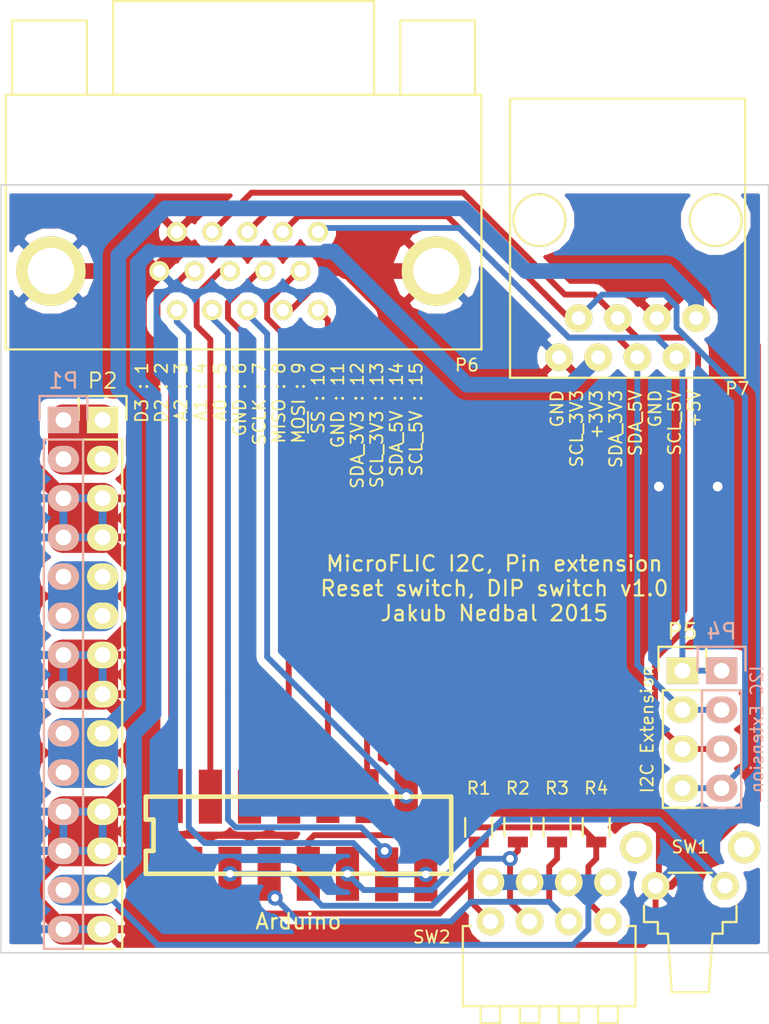
<source format=kicad_pcb>
(kicad_pcb (version 4) (host pcbnew "(2015-03-02 BZR 5466)-product")

  (general
    (links 70)
    (no_connects 0)
    (area 100.025999 100.025999 149.910001 149.910001)
    (thickness 1.6)
    (drawings 31)
    (tracks 253)
    (zones 0)
    (modules 13)
    (nets 24)
  )

  (page A4)
  (layers
    (0 F.Cu signal)
    (31 B.Cu signal)
    (32 B.Adhes user)
    (33 F.Adhes user)
    (34 B.Paste user)
    (35 F.Paste user)
    (36 B.SilkS user)
    (37 F.SilkS user)
    (38 B.Mask user)
    (39 F.Mask user)
    (40 Dwgs.User user)
    (41 Cmts.User user)
    (42 Eco1.User user)
    (43 Eco2.User user)
    (44 Edge.Cuts user)
    (45 Margin user)
    (46 B.CrtYd user)
    (47 F.CrtYd user)
    (48 B.Fab user)
    (49 F.Fab user)
  )

  (setup
    (last_trace_width 0.254)
    (user_trace_width 0.254)
    (user_trace_width 0.381)
    (user_trace_width 0.508)
    (user_trace_width 0.762)
    (user_trace_width 1.016)
    (user_trace_width 1.5)
    (user_trace_width 2)
    (trace_clearance 0.127)
    (zone_clearance 0.508)
    (zone_45_only no)
    (trace_min 0.254)
    (segment_width 0.2)
    (edge_width 0.1)
    (via_size 0.889)
    (via_drill 0.635)
    (via_min_size 0.889)
    (via_min_drill 0.508)
    (user_via 1 0.5)
    (user_via 1.5 0.8)
    (user_via 2 1)
    (uvia_size 0.508)
    (uvia_drill 0.127)
    (uvias_allowed no)
    (uvia_min_size 0.508)
    (uvia_min_drill 0.127)
    (pcb_text_width 0.3)
    (pcb_text_size 1.5 1.5)
    (mod_edge_width 0.15)
    (mod_text_size 1 1)
    (mod_text_width 0.15)
    (pad_size 1.4 0.3)
    (pad_drill 0)
    (pad_to_mask_clearance 0)
    (aux_axis_origin 0 0)
    (visible_elements FFFFFF7F)
    (pcbplotparams
      (layerselection 0x00030_80000001)
      (usegerberextensions false)
      (excludeedgelayer true)
      (linewidth 0.100000)
      (plotframeref false)
      (viasonmask false)
      (mode 1)
      (useauxorigin false)
      (hpglpennumber 1)
      (hpglpenspeed 20)
      (hpglpendiameter 15)
      (hpglpenoverlay 2)
      (psnegative false)
      (psa4output false)
      (plotreference true)
      (plotvalue true)
      (plotinvisibletext false)
      (padsonsilk false)
      (subtractmaskfromsilk false)
      (outputformat 1)
      (mirror false)
      (drillshape 1)
      (scaleselection 1)
      (outputdirectory ""))
  )

  (net 0 "")
  (net 1 +5VP)
  (net 2 GND)
  (net 3 +12V)
  (net 4 +2V5)
  (net 5 +3V3)
  (net 6 /SCLK)
  (net 7 /SW1)
  (net 8 /MISO)
  (net 9 /SW2)
  (net 10 /MOSI)
  (net 11 /SW3)
  (net 12 /~SS)
  (net 13 /SW4)
  (net 14 /A0)
  (net 15 /RST)
  (net 16 /A1)
  (net 17 /D2)
  (net 18 /A2)
  (net 19 /D3)
  (net 20 /SCL_5V)
  (net 21 /SDA_5V)
  (net 22 /SDA_3V3)
  (net 23 /SCL_3V3)

  (net_class Default "This is the default net class."
    (clearance 0.127)
    (trace_width 0.254)
    (via_dia 0.889)
    (via_drill 0.635)
    (uvia_dia 0.508)
    (uvia_drill 0.127)
    (add_net +12V)
    (add_net +2V5)
    (add_net +3V3)
    (add_net +5VP)
    (add_net /A0)
    (add_net /A1)
    (add_net /A2)
    (add_net /D2)
    (add_net /D3)
    (add_net /MISO)
    (add_net /MOSI)
    (add_net /RST)
    (add_net /SCLK)
    (add_net /SCL_3V3)
    (add_net /SCL_5V)
    (add_net /SDA_3V3)
    (add_net /SDA_5V)
    (add_net /SW1)
    (add_net /SW2)
    (add_net /SW3)
    (add_net /SW4)
    (add_net /~SS)
    (add_net GND)
  )

  (net_class 0.381 ""
    (clearance 0.254)
    (trace_width 0.381)
    (via_dia 0.889)
    (via_drill 0.635)
    (uvia_dia 0.508)
    (uvia_drill 0.127)
  )

  (module jakub:RJ45 (layer F.Cu) (tedit 55C26503) (tstamp 55737901)
    (at 140.716 111.252 180)
    (path /556B8802)
    (fp_text reference P7 (at -7.112 -2.032 180) (layer F.SilkS)
      (effects (font (size 0.8 0.8) (thickness 0.12)))
    )
    (fp_text value RJ45 (at 0 15.875 180) (layer F.Fab)
      (effects (font (size 1 1) (thickness 0.15)))
    )
    (fp_line (start -7.62 -1.33) (end 7.62 -1.33) (layer F.SilkS) (width 0.15))
    (fp_line (start -7.62 -1.33) (end -7.62 16.77) (layer F.SilkS) (width 0.15))
    (fp_line (start 7.62 16.77) (end 7.62 -1.33) (layer F.SilkS) (width 0.15))
    (fp_line (start -7.62 16.77) (end 7.62 16.77) (layer F.SilkS) (width 0.15))
    (pad 3 thru_hole circle (at -1.905 2.54 180) (size 1.8 1.8) (drill 0.9) (layers *.Cu *.Mask F.SilkS)
      (net 2 GND))
    (pad 5 thru_hole circle (at 0.635 2.54 180) (size 1.8 1.8) (drill 0.9) (layers *.Cu *.Mask F.SilkS)
      (net 22 /SDA_3V3))
    (pad 1 thru_hole circle (at -4.445 2.54 180) (size 1.8 1.8) (drill 0.9) (layers *.Cu *.Mask F.SilkS)
      (net 1 +5VP))
    (pad 7 thru_hole circle (at 3.175 2.54 180) (size 1.8 1.8) (drill 0.9) (layers *.Cu *.Mask F.SilkS)
      (net 23 /SCL_3V3))
    (pad 6 thru_hole circle (at 1.905 0 180) (size 1.8 1.8) (drill 0.9) (layers *.Cu *.Mask F.SilkS)
      (net 5 +3V3))
    (pad 8 thru_hole circle (at 4.445 0 180) (size 1.8 1.8) (drill 0.9) (layers *.Cu *.Mask F.SilkS)
      (net 2 GND))
    (pad 4 thru_hole circle (at -0.635 0 180) (size 1.8 1.8) (drill 0.9) (layers *.Cu *.Mask F.SilkS)
      (net 21 /SDA_5V))
    (pad 2 thru_hole circle (at -3.175 0 180) (size 1.8 1.8) (drill 0.9) (layers *.Cu *.Mask F.SilkS)
      (net 20 /SCL_5V))
    (pad "" np_thru_hole circle (at 5.715 8.89 180) (size 3.5 3.5) (drill 3.2) (layers *.Cu *.Mask F.SilkS))
    (pad "" np_thru_hole circle (at -5.715 8.89 180) (size 3.5 3.5) (drill 3.2) (layers *.Cu *.Mask F.SilkS))
    (model jakub.3dshapes/connectors/RJ/RJ45.wrl
      (at (xyz -0.3 0.052362 -0.125))
      (scale (xyz 0.3937 0.3937 0.3937))
      (rotate (xyz 270 0 0))
    )
  )

  (module Resistors_SMD:R_0805 (layer F.Cu) (tedit 557627D4) (tstamp 55761D4A)
    (at 131.064 141.732 90)
    (descr "Resistor SMD 0805, reflow soldering, Vishay (see dcrcw.pdf)")
    (tags "resistor 0805")
    (path /556F868C)
    (attr smd)
    (fp_text reference R1 (at 2.54 0 180) (layer F.SilkS)
      (effects (font (size 0.8 0.8) (thickness 0.12)))
    )
    (fp_text value 10k (at 0 2.1 90) (layer F.Fab) hide
      (effects (font (size 1 1) (thickness 0.15)))
    )
    (fp_line (start -1.6 -1) (end 1.6 -1) (layer F.CrtYd) (width 0.05))
    (fp_line (start -1.6 1) (end 1.6 1) (layer F.CrtYd) (width 0.05))
    (fp_line (start -1.6 -1) (end -1.6 1) (layer F.CrtYd) (width 0.05))
    (fp_line (start 1.6 -1) (end 1.6 1) (layer F.CrtYd) (width 0.05))
    (fp_line (start 0.6 0.875) (end -0.6 0.875) (layer F.SilkS) (width 0.15))
    (fp_line (start -0.6 -0.875) (end 0.6 -0.875) (layer F.SilkS) (width 0.15))
    (pad 1 smd rect (at -0.95 0 90) (size 0.7 1.3) (layers F.Cu F.Paste F.Mask)
      (net 7 /SW1))
    (pad 2 smd rect (at 0.95 0 90) (size 0.7 1.3) (layers F.Cu F.Paste F.Mask)
      (net 2 GND))
    (model Resistors_SMD.3dshapes/R_0805.wrl
      (at (xyz 0 0 0))
      (scale (xyz 1 1 1))
      (rotate (xyz 0 0 0))
    )
  )

  (module Resistors_SMD:R_0805 (layer F.Cu) (tedit 557627CD) (tstamp 5573790D)
    (at 133.604 141.732 90)
    (descr "Resistor SMD 0805, reflow soldering, Vishay (see dcrcw.pdf)")
    (tags "resistor 0805")
    (path /556F873C)
    (attr smd)
    (fp_text reference R2 (at 2.54 0 180) (layer F.SilkS)
      (effects (font (size 0.8 0.8) (thickness 0.12)))
    )
    (fp_text value 10k (at 0 2.1 90) (layer F.Fab) hide
      (effects (font (size 1 1) (thickness 0.15)))
    )
    (fp_line (start -1.6 -1) (end 1.6 -1) (layer F.CrtYd) (width 0.05))
    (fp_line (start -1.6 1) (end 1.6 1) (layer F.CrtYd) (width 0.05))
    (fp_line (start -1.6 -1) (end -1.6 1) (layer F.CrtYd) (width 0.05))
    (fp_line (start 1.6 -1) (end 1.6 1) (layer F.CrtYd) (width 0.05))
    (fp_line (start 0.6 0.875) (end -0.6 0.875) (layer F.SilkS) (width 0.15))
    (fp_line (start -0.6 -0.875) (end 0.6 -0.875) (layer F.SilkS) (width 0.15))
    (pad 1 smd rect (at -0.95 0 90) (size 0.7 1.3) (layers F.Cu F.Paste F.Mask)
      (net 9 /SW2))
    (pad 2 smd rect (at 0.95 0 90) (size 0.7 1.3) (layers F.Cu F.Paste F.Mask)
      (net 2 GND))
    (model Resistors_SMD.3dshapes/R_0805.wrl
      (at (xyz 0 0 0))
      (scale (xyz 1 1 1))
      (rotate (xyz 0 0 0))
    )
  )

  (module Resistors_SMD:R_0805 (layer F.Cu) (tedit 5576287D) (tstamp 55737913)
    (at 136.144 141.732 90)
    (descr "Resistor SMD 0805, reflow soldering, Vishay (see dcrcw.pdf)")
    (tags "resistor 0805")
    (path /556F877B)
    (attr smd)
    (fp_text reference R3 (at 2.54 0 180) (layer F.SilkS)
      (effects (font (size 0.8 0.8) (thickness 0.12)))
    )
    (fp_text value 10k (at 0 2.1 90) (layer F.Fab) hide
      (effects (font (size 1 1) (thickness 0.15)))
    )
    (fp_line (start -1.6 -1) (end 1.6 -1) (layer F.CrtYd) (width 0.05))
    (fp_line (start -1.6 1) (end 1.6 1) (layer F.CrtYd) (width 0.05))
    (fp_line (start -1.6 -1) (end -1.6 1) (layer F.CrtYd) (width 0.05))
    (fp_line (start 1.6 -1) (end 1.6 1) (layer F.CrtYd) (width 0.05))
    (fp_line (start 0.6 0.875) (end -0.6 0.875) (layer F.SilkS) (width 0.15))
    (fp_line (start -0.6 -0.875) (end 0.6 -0.875) (layer F.SilkS) (width 0.15))
    (pad 1 smd rect (at -0.95 0 90) (size 0.7 1.3) (layers F.Cu F.Paste F.Mask)
      (net 11 /SW3))
    (pad 2 smd rect (at 0.95 0 90) (size 0.7 1.3) (layers F.Cu F.Paste F.Mask)
      (net 2 GND))
    (model Resistors_SMD.3dshapes/R_0805.wrl
      (at (xyz 0 0 0))
      (scale (xyz 1 1 1))
      (rotate (xyz 0 0 0))
    )
  )

  (module Resistors_SMD:R_0805 (layer F.Cu) (tedit 557627C1) (tstamp 55737919)
    (at 138.684 141.732 90)
    (descr "Resistor SMD 0805, reflow soldering, Vishay (see dcrcw.pdf)")
    (tags "resistor 0805")
    (path /556F87FD)
    (attr smd)
    (fp_text reference R4 (at 2.54 0 180) (layer F.SilkS)
      (effects (font (size 0.8 0.8) (thickness 0.12)))
    )
    (fp_text value 10k (at 0 2.1 90) (layer F.Fab) hide
      (effects (font (size 1 1) (thickness 0.15)))
    )
    (fp_line (start -1.6 -1) (end 1.6 -1) (layer F.CrtYd) (width 0.05))
    (fp_line (start -1.6 1) (end 1.6 1) (layer F.CrtYd) (width 0.05))
    (fp_line (start -1.6 -1) (end -1.6 1) (layer F.CrtYd) (width 0.05))
    (fp_line (start 1.6 -1) (end 1.6 1) (layer F.CrtYd) (width 0.05))
    (fp_line (start 0.6 0.875) (end -0.6 0.875) (layer F.SilkS) (width 0.15))
    (fp_line (start -0.6 -0.875) (end 0.6 -0.875) (layer F.SilkS) (width 0.15))
    (pad 1 smd rect (at -0.95 0 90) (size 0.7 1.3) (layers F.Cu F.Paste F.Mask)
      (net 13 /SW4))
    (pad 2 smd rect (at 0.95 0 90) (size 0.7 1.3) (layers F.Cu F.Paste F.Mask)
      (net 2 GND))
    (model Resistors_SMD.3dshapes/R_0805.wrl
      (at (xyz 0 0 0))
      (scale (xyz 1 1 1))
      (rotate (xyz 0 0 0))
    )
  )

  (module jakub:tactileSwitchRA (layer F.Cu) (tedit 55BBD780) (tstamp 55737921)
    (at 144.78 144.272 180)
    (path /55738611)
    (fp_text reference SW1 (at 0 1.27 180) (layer F.SilkS)
      (effects (font (size 0.8 0.8) (thickness 0.12)))
    )
    (fp_text value SW_PUSH (at 0 2.54 180) (layer F.SilkS) hide
      (effects (font (size 1 1) (thickness 0.15)))
    )
    (fp_line (start -1.2 -8.15) (end 1.2 -8.15) (layer F.SilkS) (width 0.15))
    (fp_line (start 1.2 -8.15) (end 1.45 -4.35) (layer F.SilkS) (width 0.15))
    (fp_line (start -1.45 -4.35) (end -1.2 -8.15) (layer F.SilkS) (width 0.15))
    (fp_line (start -2.1 -4.35) (end -1.45 -4.35) (layer F.SilkS) (width 0.15))
    (fp_line (start 2.1 -4.35) (end 1.45 -4.35) (layer F.SilkS) (width 0.15))
    (fp_line (start 2.1 -3.6) (end 2.1 -4.35) (layer F.SilkS) (width 0.15))
    (fp_line (start -2.1 -3.6) (end -2.1 -4.35) (layer F.SilkS) (width 0.15))
    (fp_line (start 3 -3.6) (end 2.1 -3.6) (layer F.SilkS) (width 0.15))
    (fp_line (start -3 -3.6) (end -2.1 -3.6) (layer F.SilkS) (width 0.15))
    (fp_line (start 3 -2.54) (end 3 -3.6) (layer F.SilkS) (width 0.15))
    (fp_line (start -3 -3.6) (end -3 -2.54) (layer F.SilkS) (width 0.15))
    (fp_line (start -1.4 -0.4) (end 1.4 -0.4) (layer F.SilkS) (width 0.15))
    (pad 2 thru_hole circle (at 2.25 -1.25 180) (size 1.8 1.8) (drill 1) (layers *.Cu *.Mask F.SilkS)
      (net 2 GND))
    (pad 1 thru_hole circle (at -2.25 -1.25 180) (size 1.8 1.8) (drill 1) (layers *.Cu *.Mask F.SilkS)
      (net 15 /RST))
    (pad 4 thru_hole circle (at 3.5 1.25 180) (size 2.1 2.1) (drill 1.3) (layers *.Cu *.Mask F.SilkS))
    (pad 3 thru_hole circle (at -3.5 1.25 180) (size 2.1 2.1) (drill 1.3) (layers *.Cu *.Mask F.SilkS))
    (model jakub.3dshapes/switches/tactileSwitches/tactileSwitchRA6-35mm.wrl
      (at (xyz 0.165 -0.1075 -0.16))
      (scale (xyz 0.3937 0.3937 0.3937))
      (rotate (xyz 90 180 0))
    )
  )

  (module jakub:DIP4RA (layer F.Cu) (tedit 557627DC) (tstamp 5573792D)
    (at 135.636 147.828)
    (path /556F84F5)
    (fp_text reference SW2 (at -7.62 1.016) (layer F.SilkS)
      (effects (font (size 0.8 0.8) (thickness 0.12)))
    )
    (fp_text value DIPS_04 (at 0 3.175) (layer F.Fab) hide
      (effects (font (size 1 1) (thickness 0.15)))
    )
    (fp_line (start -3.175 5.5) (end -3.175 6.6) (layer F.SilkS) (width 0.15))
    (fp_line (start -4.445 6.6) (end -3.175 6.6) (layer F.SilkS) (width 0.15))
    (fp_line (start -4.445 6.6) (end -4.445 5.5) (layer F.SilkS) (width 0.15))
    (fp_line (start 1.91 6.6) (end 1.905 5.5) (layer F.SilkS) (width 0.15))
    (fp_line (start 0.635 6.6) (end 1.905 6.6) (layer F.SilkS) (width 0.15))
    (fp_line (start 0.635 5.5) (end 0.635 6.6) (layer F.SilkS) (width 0.15))
    (fp_line (start 0.635 5.5) (end 0.635 6.6) (layer F.SilkS) (width 0.15))
    (fp_line (start 0.635 6.6) (end 1.905 6.6) (layer F.SilkS) (width 0.15))
    (fp_line (start 1.91 6.6) (end 1.905 5.5) (layer F.SilkS) (width 0.15))
    (fp_line (start -1.905 6.6) (end -1.905 5.5) (layer F.SilkS) (width 0.15))
    (fp_line (start -1.905 6.6) (end -0.635 6.6) (layer F.SilkS) (width 0.15))
    (fp_line (start 3.175 5.5) (end 3.175 6.6) (layer F.SilkS) (width 0.15))
    (fp_line (start -0.635 5.5) (end -0.635 6.6) (layer F.SilkS) (width 0.15))
    (fp_line (start 3.175 6.6) (end 4.445 6.6) (layer F.SilkS) (width 0.15))
    (fp_line (start 4.45 6.6) (end 4.445 5.5) (layer F.SilkS) (width 0.15))
    (fp_line (start -5.08 0.3) (end -5.6 0.3) (layer F.SilkS) (width 0.15))
    (fp_line (start -5.6 0.3) (end -5.6 5.5) (layer F.SilkS) (width 0.15))
    (fp_line (start -5.6 5.5) (end 5.6 5.5) (layer F.SilkS) (width 0.15))
    (fp_line (start 5.6 5.5) (end 5.6 0.3) (layer F.SilkS) (width 0.15))
    (fp_line (start 5.6 0.3) (end 5.08 0.3) (layer F.SilkS) (width 0.15))
    (pad 3 thru_hole circle (at 1.27 0) (size 1.8 1.8) (drill 1) (layers *.Cu *.Mask F.SilkS)
      (net 11 /SW3))
    (pad 4 thru_hole circle (at 3.81 0) (size 1.8 1.8) (drill 1) (layers *.Cu *.Mask F.SilkS)
      (net 13 /SW4))
    (pad 2 thru_hole circle (at -1.27 0) (size 1.8 1.8) (drill 1) (layers *.Cu *.Mask F.SilkS)
      (net 9 /SW2))
    (pad 1 thru_hole circle (at -3.81 0) (size 1.8 1.8) (drill 1) (layers *.Cu *.Mask F.SilkS)
      (net 7 /SW1))
    (pad 5 thru_hole circle (at 3.81 -2.54) (size 1.8 1.8) (drill 1) (layers *.Cu *.Mask F.SilkS)
      (net 5 +3V3))
    (pad 6 thru_hole circle (at 1.27 -2.54) (size 1.8 1.8) (drill 1) (layers *.Cu *.Mask F.SilkS)
      (net 5 +3V3))
    (pad 7 thru_hole circle (at -1.27 -2.54) (size 1.8 1.8) (drill 1) (layers *.Cu *.Mask F.SilkS)
      (net 5 +3V3))
    (pad 8 thru_hole circle (at -3.81 -2.54) (size 1.8 1.8) (drill 1) (layers *.Cu *.Mask F.SilkS)
      (net 5 +3V3))
    (model jakub.3dshapes/switches/DIP/DIP4RA.wrl
      (at (xyz 0 -0.013 0.19))
      (scale (xyz 0.3937 0.3937 0.3937))
      (rotate (xyz 270 0 0))
    )
  )

  (module jakub:dsub15 (layer F.Cu) (tedit 55C2650B) (tstamp 557378F3)
    (at 115.824 105.664 180)
    (path /556B82EF)
    (fp_text reference P6 (at -14.478 -6.096 180) (layer F.SilkS)
      (effects (font (size 0.8 0.8) (thickness 0.12)))
    )
    (fp_text value DB15-VGA (at 0 6.985 180) (layer F.Fab)
      (effects (font (size 1 1) (thickness 0.15)))
    )
    (fp_line (start 15 11.43) (end 15 16.25) (layer F.SilkS) (width 0.15))
    (fp_line (start 15 16.25) (end 10.16 16.25) (layer F.SilkS) (width 0.15))
    (fp_line (start 10.16 16.25) (end 10.16 11.43) (layer F.SilkS) (width 0.15))
    (fp_line (start -15 11.43) (end -15 16.25) (layer F.SilkS) (width 0.15))
    (fp_line (start -15 16.25) (end -10.16 16.25) (layer F.SilkS) (width 0.15))
    (fp_line (start -10.16 16.25) (end -10.16 11.43) (layer F.SilkS) (width 0.15))
    (fp_line (start -8.46 17.5) (end 8.46 17.5) (layer F.SilkS) (width 0.15))
    (fp_line (start -8.46 11.43) (end -8.46 17.5) (layer F.SilkS) (width 0.15))
    (fp_line (start 8.46 17.5) (end 8.46 11.43) (layer F.SilkS) (width 0.15))
    (fp_line (start -15.42 -5.08) (end -15.42 11.43) (layer F.SilkS) (width 0.15))
    (fp_line (start 15.42 -5.08) (end 15.42 11.43) (layer F.SilkS) (width 0.15))
    (fp_line (start -15.42 -5.08) (end 15.42 -5.08) (layer F.SilkS) (width 0.15))
    (fp_line (start -15.42 11.43) (end 15.42 11.43) (layer F.SilkS) (width 0.15))
    (pad 15 thru_hole circle (at -4.83 2.54 180) (size 1.3 1.3) (drill 0.8) (layers *.Cu *.Mask F.SilkS)
      (net 20 /SCL_5V))
    (pad 14 thru_hole circle (at -2.54 2.54 180) (size 1.3 1.3) (drill 0.8) (layers *.Cu *.Mask F.SilkS)
      (net 21 /SDA_5V))
    (pad 13 thru_hole circle (at -0.25 2.54 180) (size 1.3 1.3) (drill 0.8) (layers *.Cu *.Mask F.SilkS)
      (net 23 /SCL_3V3))
    (pad 12 thru_hole circle (at 2.04 2.54 180) (size 1.3 1.3) (drill 0.8) (layers *.Cu *.Mask F.SilkS)
      (net 22 /SDA_3V3))
    (pad 11 thru_hole circle (at 4.33 2.54 180) (size 1.3 1.3) (drill 0.8) (layers *.Cu *.Mask F.SilkS)
      (net 2 GND))
    (pad 10 thru_hole circle (at -3.69 0 180) (size 1.3 1.3) (drill 0.8) (layers *.Cu *.Mask F.SilkS)
      (net 12 /~SS))
    (pad 9 thru_hole circle (at -1.4 0 180) (size 1.3 1.3) (drill 0.8) (layers *.Cu *.Mask F.SilkS)
      (net 10 /MOSI))
    (pad 8 thru_hole circle (at 0.89 0 180) (size 1.3 1.3) (drill 0.8) (layers *.Cu *.Mask F.SilkS)
      (net 8 /MISO))
    (pad 7 thru_hole circle (at 3.18 0 180) (size 1.3 1.3) (drill 0.8) (layers *.Cu *.Mask F.SilkS)
      (net 6 /SCLK))
    (pad 6 thru_hole circle (at 5.47 0 180) (size 1.3 1.3) (drill 0.8) (layers *.Cu *.Mask F.SilkS)
      (net 2 GND))
    (pad 5 thru_hole circle (at -4.83 -2.54 180) (size 1.3 1.3) (drill 0.8) (layers *.Cu *.Mask F.SilkS)
      (net 14 /A0))
    (pad 4 thru_hole circle (at -2.54 -2.54 180) (size 1.3 1.3) (drill 0.8) (layers *.Cu *.Mask F.SilkS)
      (net 16 /A1))
    (pad 3 thru_hole circle (at -0.25 -2.54 180) (size 1.3 1.3) (drill 0.8) (layers *.Cu *.Mask F.SilkS)
      (net 18 /A2))
    (pad 2 thru_hole circle (at 2.04 -2.54 180) (size 1.3 1.3) (drill 0.8) (layers *.Cu *.Mask F.SilkS)
      (net 17 /D2))
    (pad 1 thru_hole circle (at 4.33 -2.54 180) (size 1.3 1.3) (drill 0.8) (layers *.Cu *.Mask F.SilkS)
      (net 19 /D3))
    (pad 16 thru_hole circle (at 12.495 0 180) (size 4.5 4.5) (drill 3) (layers *.Cu *.Mask F.SilkS)
      (net 2 GND))
    (pad 17 thru_hole circle (at -12.495 0 180) (size 4.5 4.5) (drill 3) (layers *.Cu *.Mask F.SilkS)
      (net 2 GND))
    (model jakub.3dshapes/connectors/dsub/dsub15.wrl
      (at (xyz 0 -0.12 0.25))
      (scale (xyz 0.3937 0.3937 0.3937))
      (rotate (xyz 0 0 0))
    )
  )

  (module Pin_Headers:Pin_Header_Straight_1x14 (layer B.Cu) (tedit 55BBD7C4) (tstamp 55BBC718)
    (at 104.14 115.316 180)
    (descr "Through hole pin header")
    (tags "pin header")
    (path /5569748E)
    (fp_text reference P1 (at 0 2.54 180) (layer B.SilkS)
      (effects (font (size 1 1) (thickness 0.15)) (justify mirror))
    )
    (fp_text value Header_1x14 (at 0 3.1 180) (layer B.Fab) hide
      (effects (font (size 1 1) (thickness 0.15)) (justify mirror))
    )
    (fp_line (start -1.75 1.75) (end -1.75 -34.8) (layer B.CrtYd) (width 0.05))
    (fp_line (start 1.75 1.75) (end 1.75 -34.8) (layer B.CrtYd) (width 0.05))
    (fp_line (start -1.75 1.75) (end 1.75 1.75) (layer B.CrtYd) (width 0.05))
    (fp_line (start -1.75 -34.8) (end 1.75 -34.8) (layer B.CrtYd) (width 0.05))
    (fp_line (start -1.27 -1.27) (end -1.27 -34.29) (layer B.SilkS) (width 0.15))
    (fp_line (start -1.27 -34.29) (end 1.27 -34.29) (layer B.SilkS) (width 0.15))
    (fp_line (start 1.27 -34.29) (end 1.27 -1.27) (layer B.SilkS) (width 0.15))
    (fp_line (start 1.55 1.55) (end 1.55 0) (layer B.SilkS) (width 0.15))
    (fp_line (start 1.27 -1.27) (end -1.27 -1.27) (layer B.SilkS) (width 0.15))
    (fp_line (start -1.55 0) (end -1.55 1.55) (layer B.SilkS) (width 0.15))
    (fp_line (start -1.55 1.55) (end 1.55 1.55) (layer B.SilkS) (width 0.15))
    (pad 1 thru_hole rect (at 0 0 180) (size 2.032 1.7272) (drill 1.016) (layers *.Cu *.Mask B.SilkS)
      (net 3 +12V))
    (pad 2 thru_hole oval (at 0 -2.54 180) (size 2.032 1.7272) (drill 1.016) (layers *.Cu *.Mask B.SilkS)
      (net 3 +12V))
    (pad 3 thru_hole oval (at 0 -5.08 180) (size 2.032 1.7272) (drill 1.016) (layers *.Cu *.Mask B.SilkS)
      (net 2 GND))
    (pad 4 thru_hole oval (at 0 -7.62 180) (size 2.032 1.7272) (drill 1.016) (layers *.Cu *.Mask B.SilkS)
      (net 2 GND))
    (pad 5 thru_hole oval (at 0 -10.16 180) (size 2.032 1.7272) (drill 1.016) (layers *.Cu *.Mask B.SilkS)
      (net 4 +2V5))
    (pad 6 thru_hole oval (at 0 -12.7 180) (size 2.032 1.7272) (drill 1.016) (layers *.Cu *.Mask B.SilkS)
      (net 4 +2V5))
    (pad 7 thru_hole oval (at 0 -15.24 180) (size 2.032 1.7272) (drill 1.016) (layers *.Cu *.Mask B.SilkS)
      (net 2 GND))
    (pad 8 thru_hole oval (at 0 -17.78 180) (size 2.032 1.7272) (drill 1.016) (layers *.Cu *.Mask B.SilkS)
      (net 2 GND))
    (pad 9 thru_hole oval (at 0 -20.32 180) (size 2.032 1.7272) (drill 1.016) (layers *.Cu *.Mask B.SilkS)
      (net 1 +5VP))
    (pad 10 thru_hole oval (at 0 -22.86 180) (size 2.032 1.7272) (drill 1.016) (layers *.Cu *.Mask B.SilkS)
      (net 1 +5VP))
    (pad 11 thru_hole oval (at 0 -25.4 180) (size 2.032 1.7272) (drill 1.016) (layers *.Cu *.Mask B.SilkS)
      (net 2 GND))
    (pad 12 thru_hole oval (at 0 -27.94 180) (size 2.032 1.7272) (drill 1.016) (layers *.Cu *.Mask B.SilkS)
      (net 2 GND))
    (pad 13 thru_hole oval (at 0 -30.48 180) (size 2.032 1.7272) (drill 1.016) (layers *.Cu *.Mask B.SilkS)
      (net 5 +3V3))
    (pad 14 thru_hole oval (at 0 -33.02 180) (size 2.032 1.7272) (drill 1.016) (layers *.Cu *.Mask B.SilkS)
      (net 2 GND))
    (model Pin_Headers.3dshapes/Pin_Header_Straight_1x14.wrl
      (at (xyz 0 -0.65 0))
      (scale (xyz 1 1 1))
      (rotate (xyz 0 0 90))
    )
  )

  (module jakub:ESQ-114-33-G-S (layer F.Cu) (tedit 55BBD5CB) (tstamp 55BBCAAD)
    (at 106.68 115.316)
    (descr "Through hole pin header")
    (tags "pin header")
    (path /556973F8)
    (fp_text reference P2 (at 0 -2.54 180) (layer F.SilkS)
      (effects (font (size 1 1) (thickness 0.12)))
    )
    (fp_text value Socket_1x14 (at 0 -3.1) (layer F.Fab) hide
      (effects (font (size 1 1) (thickness 0.15)))
    )
    (fp_line (start -1.75 -1.75) (end -1.75 34.8) (layer F.CrtYd) (width 0.05))
    (fp_line (start 1.75 -1.75) (end 1.75 34.8) (layer F.CrtYd) (width 0.05))
    (fp_line (start -1.75 -1.75) (end 1.75 -1.75) (layer F.CrtYd) (width 0.05))
    (fp_line (start -1.75 34.8) (end 1.75 34.8) (layer F.CrtYd) (width 0.05))
    (fp_line (start -1.27 1.27) (end -1.27 34.29) (layer F.SilkS) (width 0.15))
    (fp_line (start -1.27 34.29) (end 1.27 34.29) (layer F.SilkS) (width 0.15))
    (fp_line (start 1.27 34.29) (end 1.27 1.27) (layer F.SilkS) (width 0.15))
    (fp_line (start 1.55 -1.55) (end 1.55 0) (layer F.SilkS) (width 0.15))
    (fp_line (start 1.27 1.27) (end -1.27 1.27) (layer F.SilkS) (width 0.15))
    (fp_line (start -1.55 0) (end -1.55 -1.55) (layer F.SilkS) (width 0.15))
    (fp_line (start -1.55 -1.55) (end 1.55 -1.55) (layer F.SilkS) (width 0.15))
    (pad 1 thru_hole rect (at 0 0) (size 2.032 1.7272) (drill 1.016) (layers *.Cu *.Mask F.SilkS)
      (net 3 +12V))
    (pad 2 thru_hole oval (at 0 2.54) (size 2.032 1.7272) (drill 1.016) (layers *.Cu *.Mask F.SilkS)
      (net 3 +12V))
    (pad 3 thru_hole oval (at 0 5.08) (size 2.032 1.7272) (drill 1.016) (layers *.Cu *.Mask F.SilkS)
      (net 2 GND))
    (pad 4 thru_hole oval (at 0 7.62) (size 2.032 1.7272) (drill 1.016) (layers *.Cu *.Mask F.SilkS)
      (net 2 GND))
    (pad 5 thru_hole oval (at 0 10.16) (size 2.032 1.7272) (drill 1.016) (layers *.Cu *.Mask F.SilkS)
      (net 4 +2V5))
    (pad 6 thru_hole oval (at 0 12.7) (size 2.032 1.7272) (drill 1.016) (layers *.Cu *.Mask F.SilkS)
      (net 4 +2V5))
    (pad 7 thru_hole oval (at 0 15.24) (size 2.032 1.7272) (drill 1.016) (layers *.Cu *.Mask F.SilkS)
      (net 2 GND))
    (pad 8 thru_hole oval (at 0 17.78) (size 2.032 1.7272) (drill 1.016) (layers *.Cu *.Mask F.SilkS)
      (net 2 GND))
    (pad 9 thru_hole oval (at 0 20.32) (size 2.032 1.7272) (drill 1.016) (layers *.Cu *.Mask F.SilkS)
      (net 1 +5VP))
    (pad 10 thru_hole oval (at 0 22.86) (size 2.032 1.7272) (drill 1.016) (layers *.Cu *.Mask F.SilkS)
      (net 1 +5VP))
    (pad 11 thru_hole oval (at 0 25.4) (size 2.032 1.7272) (drill 1.016) (layers *.Cu *.Mask F.SilkS)
      (net 2 GND))
    (pad 12 thru_hole oval (at 0 27.94) (size 2.032 1.7272) (drill 1.016) (layers *.Cu *.Mask F.SilkS)
      (net 2 GND))
    (pad 13 thru_hole oval (at 0 30.48) (size 2.032 1.7272) (drill 1.016) (layers *.Cu *.Mask F.SilkS)
      (net 5 +3V3))
    (pad 14 thru_hole oval (at 0 33.02) (size 2.032 1.7272) (drill 1.016) (layers *.Cu *.Mask F.SilkS)
      (net 2 GND))
  )

  (module jakub:1-188275-4 (layer F.Cu) (tedit 55BBD7B8) (tstamp 557378D6)
    (at 119.38 142.24)
    (tags "micromatch connector")
    (path /5573894C)
    (fp_text reference P3 (at 10.795 0 90) (layer F.Fab) hide
      (effects (font (size 1 1) (thickness 0.15)))
    )
    (fp_text value 8-188275-4 (at -10.795 0 90) (layer F.SilkS) hide
      (effects (font (size 1 1) (thickness 0.15)))
    )
    (fp_line (start -9.9 1.016) (end -9.9 2.5) (layer F.SilkS) (width 0.3))
    (fp_line (start -9.9 -1.016) (end -9.4 -1.016) (layer F.SilkS) (width 0.3))
    (fp_line (start -9.4 -1.016) (end -9.4 1.016) (layer F.SilkS) (width 0.3))
    (fp_line (start -9.4 1.016) (end -9.9 1.016) (layer F.SilkS) (width 0.3))
    (fp_line (start 9.9 -2.5) (end 9.9 2.5) (layer F.SilkS) (width 0.3))
    (fp_line (start 9.9 2.5) (end -9.9 2.5) (layer F.SilkS) (width 0.3))
    (fp_line (start -9.9 -1.016) (end -9.9 -2.5) (layer F.SilkS) (width 0.3))
    (fp_line (start -9.9 -2.5) (end 9.9 -2.5) (layer F.SilkS) (width 0.3))
    (pad 1 smd rect (at -8.255 -2.54) (size 1.5 3.5) (layers F.Cu F.Paste F.Mask)
      (net 6 /SCLK))
    (pad 2 smd rect (at -6.985 2.5) (size 1.5 3.5) (layers F.Cu F.Paste F.Mask)
      (net 7 /SW1))
    (pad 3 smd rect (at -5.715 -2.5) (size 1.5 3.5) (layers F.Cu F.Paste F.Mask)
      (net 8 /MISO))
    (pad 4 smd rect (at -4.445 2.5) (size 1.5 3.5) (layers F.Cu F.Paste F.Mask)
      (net 9 /SW2))
    (pad 5 smd rect (at -3.175 -2.5) (size 1.5 3.5) (layers F.Cu F.Paste F.Mask)
      (net 10 /MOSI))
    (pad 6 smd rect (at -1.905 2.5) (size 1.5 3.5) (layers F.Cu F.Paste F.Mask)
      (net 11 /SW3))
    (pad 7 smd rect (at -0.635 -2.5) (size 1.5 3.5) (layers F.Cu F.Paste F.Mask)
      (net 12 /~SS))
    (pad 8 smd rect (at 0.635 2.5) (size 1.5 3.5) (layers F.Cu F.Paste F.Mask)
      (net 13 /SW4))
    (pad 9 smd rect (at 1.905 -2.54) (size 1.5 3.5) (layers F.Cu F.Paste F.Mask)
      (net 14 /A0))
    (pad 10 smd rect (at 3.175 2.5) (size 1.5 3.5) (layers F.Cu F.Paste F.Mask)
      (net 15 /RST))
    (pad 11 smd rect (at 4.445 -2.54) (size 1.5 3.5) (layers F.Cu F.Paste F.Mask)
      (net 16 /A1))
    (pad 12 smd rect (at 5.715 2.54) (size 1.5 3.5) (layers F.Cu F.Paste F.Mask)
      (net 17 /D2))
    (pad 13 smd rect (at 6.985 -2.54) (size 1.5 3.5) (layers F.Cu F.Paste F.Mask)
      (net 18 /A2))
    (pad 14 smd rect (at 8.255 2.54) (size 1.5 3.5) (layers F.Cu F.Paste F.Mask)
      (net 19 /D3))
    (model jakub.3dshapes/connectors/micromatch/micromatch14te.wrl
      (at (xyz -0.3875 -0.135 0))
      (scale (xyz 0.3937 0.3937 0.3937))
      (rotate (xyz 0 0 0))
    )
  )

  (module Pin_Headers:Pin_Header_Straight_1x04 (layer B.Cu) (tedit 55C263CB) (tstamp 55C263C4)
    (at 146.812 131.572 180)
    (descr "Through hole pin header")
    (tags "pin header")
    (path /54DF35DA)
    (fp_text reference P4 (at 0 2.54 180) (layer B.SilkS)
      (effects (font (size 1 1) (thickness 0.15)) (justify mirror))
    )
    (fp_text value Header_1x4 (at 0 3.1 180) (layer B.Fab) hide
      (effects (font (size 1 1) (thickness 0.15)) (justify mirror))
    )
    (fp_line (start -1.75 1.75) (end -1.75 -9.4) (layer B.CrtYd) (width 0.05))
    (fp_line (start 1.75 1.75) (end 1.75 -9.4) (layer B.CrtYd) (width 0.05))
    (fp_line (start -1.75 1.75) (end 1.75 1.75) (layer B.CrtYd) (width 0.05))
    (fp_line (start -1.75 -9.4) (end 1.75 -9.4) (layer B.CrtYd) (width 0.05))
    (fp_line (start -1.27 -1.27) (end -1.27 -8.89) (layer B.SilkS) (width 0.15))
    (fp_line (start 1.27 -1.27) (end 1.27 -8.89) (layer B.SilkS) (width 0.15))
    (fp_line (start 1.55 1.55) (end 1.55 0) (layer B.SilkS) (width 0.15))
    (fp_line (start -1.27 -8.89) (end 1.27 -8.89) (layer B.SilkS) (width 0.15))
    (fp_line (start 1.27 -1.27) (end -1.27 -1.27) (layer B.SilkS) (width 0.15))
    (fp_line (start -1.55 0) (end -1.55 1.55) (layer B.SilkS) (width 0.15))
    (fp_line (start -1.55 1.55) (end 1.55 1.55) (layer B.SilkS) (width 0.15))
    (pad 1 thru_hole rect (at 0 0 180) (size 2.032 1.7272) (drill 1.016) (layers *.Cu *.Mask B.SilkS)
      (net 20 /SCL_5V))
    (pad 2 thru_hole oval (at 0 -2.54 180) (size 2.032 1.7272) (drill 1.016) (layers *.Cu *.Mask B.SilkS)
      (net 21 /SDA_5V))
    (pad 3 thru_hole oval (at 0 -5.08 180) (size 2.032 1.7272) (drill 1.016) (layers *.Cu *.Mask B.SilkS)
      (net 22 /SDA_3V3))
    (pad 4 thru_hole oval (at 0 -7.62 180) (size 2.032 1.7272) (drill 1.016) (layers *.Cu *.Mask B.SilkS)
      (net 23 /SCL_3V3))
    (model Pin_Headers.3dshapes/Pin_Header_Straight_1x04.wrl
      (at (xyz 0 -0.15 0))
      (scale (xyz 1 1 1))
      (rotate (xyz 0 0 90))
    )
  )

  (module jakub:ESQ-104-33-G-S (layer F.Cu) (tedit 55C26559) (tstamp 55C265A7)
    (at 144.272 131.572 270)
    (descr "Through hole socket strip")
    (tags "socket strip")
    (path /55C2BA8F)
    (fp_text reference P5 (at -2.54 0 360) (layer F.SilkS)
      (effects (font (size 1 1) (thickness 0.15)))
    )
    (fp_text value Socket_1x4 (at 0 -3.1 270) (layer F.Fab) hide
      (effects (font (size 1 1) (thickness 0.15)))
    )
    (fp_line (start -1.75 -1.75) (end -1.75 1.75) (layer F.CrtYd) (width 0.05))
    (fp_line (start 9.4 -1.75) (end 9.4 1.75) (layer F.CrtYd) (width 0.05))
    (fp_line (start -1.75 -1.75) (end 9.4 -1.75) (layer F.CrtYd) (width 0.05))
    (fp_line (start -1.75 1.75) (end 9.4 1.75) (layer F.CrtYd) (width 0.05))
    (fp_line (start 1.27 -1.27) (end 8.89 -1.27) (layer F.SilkS) (width 0.15))
    (fp_line (start 1.27 1.27) (end 8.89 1.27) (layer F.SilkS) (width 0.15))
    (fp_line (start -1.55 1.55) (end 0 1.55) (layer F.SilkS) (width 0.15))
    (fp_line (start 8.89 -1.27) (end 8.89 1.27) (layer F.SilkS) (width 0.15))
    (fp_line (start 1.27 1.27) (end 1.27 -1.27) (layer F.SilkS) (width 0.15))
    (fp_line (start 0 -1.55) (end -1.55 -1.55) (layer F.SilkS) (width 0.15))
    (fp_line (start -1.55 -1.55) (end -1.55 1.55) (layer F.SilkS) (width 0.15))
    (pad 1 thru_hole rect (at 0 0 270) (size 1.7272 2.032) (drill 1.016) (layers *.Cu *.Mask F.SilkS)
      (net 20 /SCL_5V))
    (pad 2 thru_hole oval (at 2.54 0 270) (size 1.7272 2.032) (drill 1.016) (layers *.Cu *.Mask F.SilkS)
      (net 21 /SDA_5V))
    (pad 3 thru_hole oval (at 5.08 0 270) (size 1.7272 2.032) (drill 1.016) (layers *.Cu *.Mask F.SilkS)
      (net 22 /SDA_3V3))
    (pad 4 thru_hole oval (at 7.62 0 270) (size 1.7272 2.032) (drill 1.016) (layers *.Cu *.Mask F.SilkS)
      (net 23 /SCL_3V3))
  )

  (gr_text "I2C Extension" (at 141.986 135.382 90) (layer F.SilkS)
    (effects (font (size 0.8 0.8) (thickness 0.12)))
  )
  (gr_text Arduino (at 119.38 147.828) (layer F.SilkS)
    (effects (font (size 1 1) (thickness 0.15)))
  )
  (gr_text "I2C Extension" (at 149.098 135.382 90) (layer B.SilkS)
    (effects (font (size 0.8 0.8) (thickness 0.12)) (justify mirror))
  )
  (gr_text "SCL_5V : 15" (at 127 111.506 90) (layer F.SilkS)
    (effects (font (size 0.8 0.8) (thickness 0.12)) (justify right))
  )
  (gr_text "SDA_5V : 14" (at 125.73 111.506 90) (layer F.SilkS)
    (effects (font (size 0.8 0.8) (thickness 0.12)) (justify right))
  )
  (gr_text "SCL_3V3 : 13" (at 124.46 111.506 90) (layer F.SilkS)
    (effects (font (size 0.8 0.8) (thickness 0.12)) (justify right))
  )
  (gr_text "SDA_3V3 : 12" (at 123.19 111.506 90) (layer F.SilkS)
    (effects (font (size 0.8 0.8) (thickness 0.12)) (justify right))
  )
  (gr_text "GND : 11" (at 121.92 111.506 90) (layer F.SilkS)
    (effects (font (size 0.8 0.8) (thickness 0.12)) (justify right))
  )
  (gr_text "~SS~ : 10" (at 120.65 111.506 90) (layer F.SilkS)
    (effects (font (size 0.8 0.8) (thickness 0.12)) (justify right))
  )
  (gr_text "SCLK : 7" (at 116.84 111.506 90) (layer F.SilkS)
    (effects (font (size 0.8 0.8) (thickness 0.12)) (justify right))
  )
  (gr_text "GND : 6" (at 115.57 111.506 90) (layer F.SilkS)
    (effects (font (size 0.8 0.8) (thickness 0.12)) (justify right))
  )
  (gr_text "A0 : 5" (at 114.3 111.506 90) (layer F.SilkS)
    (effects (font (size 0.8 0.8) (thickness 0.12)) (justify right))
  )
  (gr_text "A1 : 4" (at 113.03 111.506 90) (layer F.SilkS)
    (effects (font (size 0.8 0.8) (thickness 0.12)) (justify right))
  )
  (gr_text "A2 : 3" (at 111.76 111.506 90) (layer F.SilkS)
    (effects (font (size 0.8 0.8) (thickness 0.12)) (justify right))
  )
  (gr_text "D2 : 2" (at 110.49 111.506 90) (layer F.SilkS)
    (effects (font (size 0.8 0.8) (thickness 0.12)) (justify right))
  )
  (gr_text "D3 : 1" (at 109.22 111.506 90) (layer F.SilkS)
    (effects (font (size 0.8 0.8) (thickness 0.12)) (justify right))
  )
  (gr_text "MOSI : 9" (at 119.38 111.506 90) (layer F.SilkS)
    (effects (font (size 0.8 0.8) (thickness 0.12)) (justify right))
  )
  (gr_text "MISO : 8" (at 118.11 111.506 90) (layer F.SilkS)
    (effects (font (size 0.8 0.8) (thickness 0.12)) (justify right))
  )
  (gr_text +5V (at 145.034 113.284 90) (layer F.SilkS)
    (effects (font (size 0.8 0.8) (thickness 0.12)) (justify right))
  )
  (gr_text SCL_5V (at 143.764 113.284 90) (layer F.SilkS)
    (effects (font (size 0.8 0.8) (thickness 0.12)) (justify right))
  )
  (gr_text GND (at 142.494 113.284 90) (layer F.SilkS)
    (effects (font (size 0.8 0.8) (thickness 0.12)) (justify right))
  )
  (gr_text SDA_5V (at 141.224 113.284 90) (layer F.SilkS)
    (effects (font (size 0.8 0.8) (thickness 0.12)) (justify right))
  )
  (gr_text SDA_3V3 (at 139.954 113.284 90) (layer F.SilkS)
    (effects (font (size 0.8 0.8) (thickness 0.12)) (justify right))
  )
  (gr_text +3V3 (at 138.684 113.284 90) (layer F.SilkS)
    (effects (font (size 0.8 0.8) (thickness 0.12)) (justify right))
  )
  (gr_text SCL_3V3 (at 137.414 113.284 90) (layer F.SilkS)
    (effects (font (size 0.8 0.8) (thickness 0.12)) (justify right))
  )
  (gr_text GND (at 136.144 113.284 90) (layer F.SilkS)
    (effects (font (size 0.8 0.8) (thickness 0.12)) (justify right))
  )
  (gr_text "MicroFLIC I2C, Pin extension\nReset switch, DIP switch v1.0\nJakub Nedbal 2015" (at 132.08 126.238) (layer F.SilkS)
    (effects (font (size 1 1) (thickness 0.15)))
  )
  (gr_line (start 149.86 100.076) (end 149.86 149.86) (angle 90) (layer Edge.Cuts) (width 0.1))
  (gr_line (start 100.076 100.076) (end 149.86 100.076) (angle 90) (layer Edge.Cuts) (width 0.1))
  (gr_line (start 100.076 149.86) (end 149.86 149.86) (angle 90) (layer Edge.Cuts) (width 0.1))
  (gr_line (start 100.076 100.076) (end 100.076 149.86) (angle 90) (layer Edge.Cuts) (width 0.1))

  (segment (start 108.712 114.3) (end 107.696 113.284) (width 1.016) (layer B.Cu) (net 1))
  (segment (start 107.696 104.648) (end 110.744 101.6) (width 1.016) (layer B.Cu) (net 1) (tstamp 557621EC))
  (segment (start 107.696 113.284) (end 107.696 104.648) (width 1.016) (layer B.Cu) (net 1) (tstamp 557621EB))
  (segment (start 145.161 108.712) (end 145.161 107.569) (width 1.016) (layer B.Cu) (net 1))
  (segment (start 108.712 133.604) (end 106.68 135.636) (width 1.016) (layer B.Cu) (net 1) (tstamp 557621C9))
  (segment (start 108.712 114.3) (end 108.712 133.604) (width 1.016) (layer B.Cu) (net 1) (tstamp 557621E9))
  (segment (start 130.048 101.6) (end 110.744 101.6) (width 1.016) (layer B.Cu) (net 1) (tstamp 557621BE))
  (segment (start 134.112 105.664) (end 130.048 101.6) (width 1.016) (layer B.Cu) (net 1) (tstamp 557621B9))
  (segment (start 143.256 105.664) (end 134.112 105.664) (width 1.016) (layer B.Cu) (net 1) (tstamp 557621B4))
  (segment (start 145.161 107.569) (end 143.256 105.664) (width 1.016) (layer B.Cu) (net 1) (tstamp 557621B3))
  (segment (start 104.14 135.636) (end 106.68 138.176) (width 2) (layer B.Cu) (net 1))
  (segment (start 104.14 135.636) (end 104.14 138.176) (width 2) (layer B.Cu) (net 1))
  (segment (start 104.14 138.176) (end 106.68 138.176) (width 2) (layer B.Cu) (net 1))
  (segment (start 106.68 135.636) (end 106.68 138.176) (width 2) (layer B.Cu) (net 1))
  (segment (start 104.14 135.636) (end 106.68 135.636) (width 2) (layer B.Cu) (net 1))
  (segment (start 110.354 105.664) (end 101.6 114.418) (width 1.016) (layer F.Cu) (net 2))
  (segment (start 101.6 114.418) (end 101.6 117.856) (width 1.016) (layer F.Cu) (net 2) (tstamp 55762329))
  (segment (start 104.14 143.256) (end 102.362 145.034) (width 1.016) (layer F.Cu) (net 2))
  (segment (start 102.362 146.558) (end 104.14 148.336) (width 1.016) (layer F.Cu) (net 2) (tstamp 55762347))
  (segment (start 102.362 145.034) (end 102.362 146.558) (width 1.016) (layer F.Cu) (net 2) (tstamp 55762345))
  (segment (start 106.68 140.716) (end 108.712 138.684) (width 1.016) (layer F.Cu) (net 2))
  (segment (start 108.712 135.128) (end 106.68 133.096) (width 1.016) (layer F.Cu) (net 2) (tstamp 55762340))
  (segment (start 108.712 138.684) (end 108.712 135.128) (width 1.016) (layer F.Cu) (net 2) (tstamp 5576233C))
  (segment (start 106.68 122.936) (end 108.712 124.968) (width 1.016) (layer F.Cu) (net 2))
  (segment (start 108.712 128.524) (end 106.68 130.556) (width 1.016) (layer F.Cu) (net 2) (tstamp 55762338))
  (segment (start 108.712 124.968) (end 108.712 128.524) (width 1.016) (layer F.Cu) (net 2) (tstamp 55762335))
  (segment (start 101.6 117.856) (end 104.14 120.396) (width 1.016) (layer F.Cu) (net 2) (tstamp 55762331))
  (segment (start 111.494 103.124) (end 111.494 104.394) (width 1.016) (layer F.Cu) (net 2))
  (segment (start 111.494 104.394) (end 110.354 105.534) (width 1.016) (layer F.Cu) (net 2) (tstamp 55762318))
  (segment (start 110.354 105.534) (end 110.354 105.664) (width 1.016) (layer F.Cu) (net 2) (tstamp 5576231C))
  (segment (start 142.621 108.712) (end 144.145 107.188) (width 0.508) (layer F.Cu) (net 2))
  (segment (start 143.53 145.522) (end 142.53 145.522) (width 0.508) (layer F.Cu) (net 2) (tstamp 557622E6))
  (segment (start 149.098 139.954) (end 143.53 145.522) (width 0.508) (layer F.Cu) (net 2) (tstamp 557622E5))
  (segment (start 149.098 119.634) (end 149.098 139.954) (width 0.508) (layer F.Cu) (net 2) (tstamp 55C266F1))
  (segment (start 149.098 116.586) (end 149.098 119.634) (width 0.508) (layer F.Cu) (net 2) (tstamp 55C266B0))
  (segment (start 149.098 110.49) (end 149.098 116.586) (width 0.508) (layer F.Cu) (net 2) (tstamp 557622D9))
  (segment (start 145.796 107.188) (end 149.098 110.49) (width 0.508) (layer F.Cu) (net 2) (tstamp 557622D8))
  (segment (start 144.145 107.188) (end 145.796 107.188) (width 0.508) (layer F.Cu) (net 2) (tstamp 557622D2))
  (segment (start 136.144 140.782) (end 138.684 140.782) (width 0.381) (layer F.Cu) (net 2))
  (segment (start 138.684 140.782) (end 141.798 140.782) (width 0.381) (layer F.Cu) (net 2) (tstamp 55762166))
  (segment (start 142.748 141.732) (end 142.748 145.304) (width 0.381) (layer F.Cu) (net 2) (tstamp 5576216A))
  (segment (start 141.798 140.782) (end 142.748 141.732) (width 0.381) (layer F.Cu) (net 2) (tstamp 55762167))
  (segment (start 142.748 145.304) (end 142.53 145.522) (width 0.381) (layer F.Cu) (net 2) (tstamp 5576216C))
  (segment (start 131.064 140.782) (end 133.604 140.782) (width 0.381) (layer F.Cu) (net 2))
  (segment (start 133.604 140.782) (end 136.144 140.782) (width 0.381) (layer F.Cu) (net 2) (tstamp 55762163))
  (segment (start 106.68 148.336) (end 107.696 149.352) (width 0.381) (layer F.Cu) (net 2))
  (segment (start 142.53 148.554) (end 142.53 145.522) (width 0.381) (layer F.Cu) (net 2) (tstamp 5576215E))
  (segment (start 141.732 149.352) (end 142.53 148.554) (width 0.381) (layer F.Cu) (net 2) (tstamp 5576215B))
  (segment (start 107.696 149.352) (end 141.732 149.352) (width 0.381) (layer F.Cu) (net 2) (tstamp 55762157))
  (segment (start 106.68 122.936) (end 106.934 122.682) (width 0.254) (layer B.Cu) (net 2))
  (segment (start 106.68 120.396) (end 106.934 120.142) (width 0.254) (layer B.Cu) (net 2))
  (segment (start 106.934 133.096) (end 106.68 133.096) (width 1.016) (layer B.Cu) (net 2) (tstamp 5569DC3F))
  (segment (start 104.14 140.716) (end 106.68 143.256) (width 2) (layer F.Cu) (net 2))
  (segment (start 104.14 140.716) (end 104.14 143.256) (width 2) (layer F.Cu) (net 2))
  (segment (start 104.14 130.556) (end 106.68 133.096) (width 2) (layer F.Cu) (net 2))
  (segment (start 104.14 130.556) (end 104.14 133.096) (width 2) (layer F.Cu) (net 2))
  (segment (start 104.14 120.396) (end 106.68 122.936) (width 2) (layer F.Cu) (net 2))
  (segment (start 104.14 120.396) (end 104.14 122.936) (width 2) (layer F.Cu) (net 2))
  (segment (start 106.68 120.396) (end 104.14 120.396) (width 2) (layer F.Cu) (net 2))
  (segment (start 106.68 122.936) (end 106.68 120.396) (width 2) (layer F.Cu) (net 2))
  (segment (start 104.14 122.936) (end 106.68 122.936) (width 2) (layer F.Cu) (net 2))
  (segment (start 106.68 130.556) (end 104.14 130.556) (width 2) (layer F.Cu) (net 2))
  (segment (start 106.68 133.096) (end 106.68 130.556) (width 2) (layer F.Cu) (net 2))
  (segment (start 104.14 133.096) (end 106.68 133.096) (width 2) (layer F.Cu) (net 2))
  (segment (start 106.68 140.716) (end 104.14 140.716) (width 2) (layer F.Cu) (net 2))
  (segment (start 106.68 143.256) (end 106.68 140.716) (width 2) (layer F.Cu) (net 2))
  (segment (start 104.14 143.256) (end 106.68 143.256) (width 2) (layer F.Cu) (net 2))
  (segment (start 106.68 148.336) (end 104.14 148.336) (width 2) (layer F.Cu) (net 2))
  (segment (start 122.428 105.664) (end 128.319 105.664) (width 1.016) (layer F.Cu) (net 2) (tstamp 5576252B))
  (segment (start 111.494 104.394) (end 121.158 104.394) (width 0.762) (layer F.Cu) (net 2))
  (segment (start 121.158 104.394) (end 122.428 105.664) (width 1.016) (layer F.Cu) (net 2))
  (segment (start 103.329 105.664) (end 110.354 105.664) (width 1.016) (layer F.Cu) (net 2))
  (segment (start 142.748 117.602) (end 142.748 119.634) (width 0.381) (layer F.Cu) (net 2) (tstamp 55C266D3))
  (via (at 142.748 119.634) (size 0.889) (layers F.Cu B.Cu) (net 2))
  (segment (start 136.271 111.252) (end 142.748 117.602) (width 0.381) (layer F.Cu) (net 2))
  (via (at 146.558 119.634) (size 0.889) (layers F.Cu B.Cu) (net 2))
  (segment (start 149.098 119.634) (end 146.558 119.634) (width 0.381) (layer F.Cu) (net 2))
  (segment (start 104.14 115.316) (end 106.68 117.856) (width 2) (layer F.Cu) (net 3))
  (segment (start 106.68 117.856) (end 106.68 117.856) (width 2) (layer F.Cu) (net 3) (tstamp 5569C9C5))
  (segment (start 106.68 117.856) (end 106.68 115.316) (width 2) (layer F.Cu) (net 3))
  (segment (start 104.14 117.856) (end 106.68 117.856) (width 2) (layer F.Cu) (net 3))
  (segment (start 104.14 117.856) (end 104.14 115.316) (width 2) (layer F.Cu) (net 3))
  (segment (start 106.68 115.316) (end 104.14 115.316) (width 2) (layer F.Cu) (net 3))
  (segment (start 104.14 125.476) (end 106.68 128.016) (width 2) (layer B.Cu) (net 4))
  (segment (start 106.68 128.016) (end 104.14 128.016) (width 2) (layer B.Cu) (net 4))
  (segment (start 104.14 128.016) (end 104.14 125.476) (width 2) (layer B.Cu) (net 4) (tstamp 5569D425))
  (segment (start 104.14 125.476) (end 106.68 125.476) (width 2) (layer B.Cu) (net 4) (tstamp 5569D427))
  (segment (start 106.68 125.476) (end 106.68 128.016) (width 2) (layer B.Cu) (net 4) (tstamp 5569D428))
  (segment (start 108.966 105.156) (end 108.966 112.776) (width 1.016) (layer B.Cu) (net 5))
  (segment (start 109.728 104.394) (end 121.158 104.394) (width 0.762) (layer B.Cu) (net 5))
  (segment (start 137.033 113.03) (end 130.302 113.03) (width 1.016) (layer B.Cu) (net 5) (tstamp 5576222B))
  (segment (start 130.302 113.03) (end 121.666 104.394) (width 1.016) (layer B.Cu) (net 5) (tstamp 5576222E))
  (segment (start 121.666 104.394) (end 121.158 104.394) (width 1.016) (layer B.Cu) (net 5) (tstamp 55762236))
  (segment (start 138.811 111.252) (end 137.033 113.03) (width 1.016) (layer B.Cu) (net 5))
  (segment (start 109.728 104.394) (end 108.966 105.156) (width 1.016) (layer B.Cu) (net 5))
  (segment (start 108.712 143.764) (end 106.68 145.796) (width 1.016) (layer B.Cu) (net 5) (tstamp 5576226E))
  (segment (start 108.712 135.636) (end 108.712 143.764) (width 1.016) (layer B.Cu) (net 5) (tstamp 5576226A))
  (segment (start 109.982 134.366) (end 108.712 135.636) (width 1.016) (layer B.Cu) (net 5) (tstamp 55762265))
  (segment (start 109.982 113.792) (end 109.982 134.366) (width 1.016) (layer B.Cu) (net 5) (tstamp 55762262))
  (segment (start 108.966 112.776) (end 109.982 113.792) (width 1.016) (layer B.Cu) (net 5) (tstamp 5576225A))
  (segment (start 138.176 146.304) (end 138.176 148.336) (width 0.381) (layer B.Cu) (net 5))
  (segment (start 110.236 149.352) (end 106.68 145.796) (width 0.381) (layer B.Cu) (net 5) (tstamp 55762142))
  (segment (start 137.16 149.352) (end 110.236 149.352) (width 0.381) (layer B.Cu) (net 5) (tstamp 55762133))
  (segment (start 138.176 148.336) (end 137.16 149.352) (width 0.381) (layer B.Cu) (net 5) (tstamp 5576212F))
  (segment (start 139.446 145.288) (end 139.192 145.288) (width 1.016) (layer B.Cu) (net 5))
  (segment (start 139.192 145.288) (end 138.176 146.304) (width 1.016) (layer B.Cu) (net 5) (tstamp 55762122))
  (segment (start 137.16 145.288) (end 138.176 146.304) (width 1.016) (layer B.Cu) (net 5) (tstamp 5576211E))
  (segment (start 136.906 145.288) (end 137.16 145.288) (width 1.016) (layer B.Cu) (net 5))
  (segment (start 131.826 145.288) (end 134.366 145.288) (width 1.016) (layer B.Cu) (net 5))
  (segment (start 134.366 145.288) (end 136.906 145.288) (width 1.016) (layer B.Cu) (net 5) (tstamp 55762113))
  (segment (start 136.906 145.288) (end 139.446 145.288) (width 1.016) (layer B.Cu) (net 5) (tstamp 55762115))
  (segment (start 106.68 145.796) (end 104.14 145.796) (width 2) (layer B.Cu) (net 5) (tstamp 5569C5D7))
  (segment (start 111.125 139.7) (end 111.125 110.109) (width 0.381) (layer F.Cu) (net 6))
  (segment (start 110.236 107.696) (end 112.268 105.664) (width 0.381) (layer F.Cu) (net 6) (tstamp 55761E02))
  (segment (start 110.236 109.22) (end 110.236 107.696) (width 0.381) (layer F.Cu) (net 6) (tstamp 55761E01))
  (segment (start 111.125 110.109) (end 110.236 109.22) (width 0.381) (layer F.Cu) (net 6) (tstamp 55761E00))
  (segment (start 112.268 105.664) (end 112.644 105.664) (width 0.381) (layer F.Cu) (net 6) (tstamp 55761E03))
  (segment (start 112.395 144.74) (end 112.395 145.923) (width 0.381) (layer F.Cu) (net 7))
  (segment (start 112.395 145.923) (end 113.792 147.32) (width 0.381) (layer F.Cu) (net 7) (tstamp 55761F94))
  (segment (start 113.792 147.32) (end 128.524 147.32) (width 0.381) (layer F.Cu) (net 7) (tstamp 55761F96))
  (segment (start 128.524 147.32) (end 130.556 145.288) (width 0.381) (layer F.Cu) (net 7) (tstamp 55761F98))
  (segment (start 131.064 143.764) (end 130.556 144.272) (width 0.381) (layer F.Cu) (net 7) (tstamp 55761DAF))
  (segment (start 130.556 144.272) (end 130.556 145.288) (width 0.381) (layer F.Cu) (net 7) (tstamp 55761DB0))
  (segment (start 130.556 145.288) (end 130.556 146.558) (width 0.381) (layer F.Cu) (net 7) (tstamp 55761FA1))
  (segment (start 130.556 146.558) (end 131.826 147.828) (width 0.381) (layer F.Cu) (net 7) (tstamp 55761DB1))
  (segment (start 131.064 142.682) (end 131.064 143.764) (width 0.381) (layer F.Cu) (net 7))
  (segment (start 113.665 139.74) (end 113.665 110.109) (width 0.381) (layer F.Cu) (net 8))
  (segment (start 112.776 107.188) (end 114.3 105.664) (width 0.381) (layer F.Cu) (net 8) (tstamp 55761E0D))
  (segment (start 112.776 109.22) (end 112.776 107.188) (width 0.381) (layer F.Cu) (net 8) (tstamp 55761E0C))
  (segment (start 113.665 110.109) (end 112.776 109.22) (width 0.381) (layer F.Cu) (net 8) (tstamp 55761E0B))
  (segment (start 114.3 105.664) (end 114.934 105.664) (width 0.381) (layer F.Cu) (net 8) (tstamp 55761E0F))
  (segment (start 131.064 143.764) (end 128.016 146.812) (width 0.381) (layer B.Cu) (net 9))
  (segment (start 133.096 143.764) (end 131.064 143.764) (width 0.381) (layer B.Cu) (net 9) (tstamp 55761FE4))
  (via (at 133.096 143.764) (size 1) (drill 0.5) (layers F.Cu B.Cu) (net 9))
  (via (at 114.935 144.74) (size 1) (drill 0.5) (layers F.Cu B.Cu) (net 9))
  (segment (start 118.832 144.74) (end 114.935 144.74) (width 0.381) (layer B.Cu) (net 9) (tstamp 557620CA))
  (segment (start 120.904 146.812) (end 118.832 144.74) (width 0.381) (layer B.Cu) (net 9) (tstamp 557620C6))
  (segment (start 128.016 146.812) (end 120.904 146.812) (width 0.381) (layer B.Cu) (net 9) (tstamp 557620C0))
  (segment (start 133.604 143.256) (end 133.096 143.764) (width 0.381) (layer F.Cu) (net 9) (tstamp 55761DA8))
  (segment (start 133.096 143.764) (end 133.096 146.558) (width 0.381) (layer F.Cu) (net 9) (tstamp 55761DA9))
  (segment (start 133.096 146.558) (end 134.366 147.828) (width 0.381) (layer F.Cu) (net 9) (tstamp 55761DAA))
  (segment (start 133.604 142.682) (end 133.604 143.256) (width 0.381) (layer F.Cu) (net 9))
  (segment (start 116.84 105.664) (end 114.808 107.696) (width 0.381) (layer F.Cu) (net 10))
  (segment (start 116.205 110.109) (end 114.808 108.712) (width 0.381) (layer F.Cu) (net 10) (tstamp 55761E33))
  (segment (start 114.808 108.712) (end 114.808 107.696) (width 0.381) (layer F.Cu) (net 10) (tstamp 55761E34))
  (segment (start 116.205 110.109) (end 116.205 139.74) (width 0.381) (layer F.Cu) (net 10))
  (segment (start 116.84 105.664) (end 117.224 105.664) (width 0.381) (layer F.Cu) (net 10) (tstamp 55761E37))
  (segment (start 130.556 146.558) (end 129.286 147.828) (width 0.381) (layer B.Cu) (net 11))
  (segment (start 119.38 147.828) (end 117.856 146.304) (width 0.381) (layer B.Cu) (net 11) (tstamp 55762058))
  (segment (start 129.286 147.828) (end 119.38 147.828) (width 0.381) (layer B.Cu) (net 11) (tstamp 55762053))
  (segment (start 117.475 145.923) (end 117.856 146.304) (width 0.381) (layer F.Cu) (net 11) (tstamp 55762009))
  (via (at 117.856 146.304) (size 1) (drill 0.5) (layers F.Cu B.Cu) (net 11))
  (segment (start 135.636 146.558) (end 136.906 147.828) (width 0.381) (layer B.Cu) (net 11) (tstamp 55762031))
  (segment (start 130.556 146.558) (end 135.636 146.558) (width 0.381) (layer B.Cu) (net 11) (tstamp 55762051))
  (segment (start 117.475 144.74) (end 117.475 145.923) (width 0.381) (layer F.Cu) (net 11))
  (segment (start 135.636 146.558) (end 136.906 147.828) (width 0.381) (layer F.Cu) (net 11) (tstamp 55761DA4))
  (segment (start 135.636 144.272) (end 135.636 146.558) (width 0.381) (layer F.Cu) (net 11))
  (segment (start 136.144 143.764) (end 135.636 144.272) (width 0.381) (layer F.Cu) (net 11) (tstamp 55761DA1))
  (segment (start 136.144 142.682) (end 136.144 143.764) (width 0.381) (layer F.Cu) (net 11))
  (segment (start 118.745 139.74) (end 118.745 110.109) (width 0.381) (layer F.Cu) (net 12))
  (segment (start 117.348 107.696) (end 119.38 105.664) (width 0.381) (layer F.Cu) (net 12) (tstamp 55761E45))
  (segment (start 117.348 108.712) (end 117.348 107.696) (width 0.381) (layer F.Cu) (net 12) (tstamp 55761E42))
  (segment (start 118.745 110.109) (end 117.348 108.712) (width 0.381) (layer F.Cu) (net 12) (tstamp 55761E3B))
  (segment (start 119.38 105.664) (end 119.514 105.664) (width 0.381) (layer F.Cu) (net 12) (tstamp 55761E48))
  (segment (start 120.396 142.24) (end 128.524 142.24) (width 0.381) (layer F.Cu) (net 13))
  (segment (start 120.015 142.621) (end 120.396 142.24) (width 0.381) (layer F.Cu) (net 13) (tstamp 55761F7E))
  (segment (start 120.015 144.74) (end 120.015 142.621) (width 0.381) (layer F.Cu) (net 13))
  (segment (start 137.734 141.732) (end 138.684 142.682) (width 0.381) (layer F.Cu) (net 13) (tstamp 55761F88))
  (segment (start 129.032 141.732) (end 137.734 141.732) (width 0.381) (layer F.Cu) (net 13) (tstamp 55761F85))
  (segment (start 128.524 142.24) (end 129.032 141.732) (width 0.381) (layer F.Cu) (net 13) (tstamp 55761F81))
  (segment (start 138.684 143.764) (end 138.176 144.272) (width 0.381) (layer F.Cu) (net 13) (tstamp 55761D9B))
  (segment (start 138.176 144.272) (end 138.176 146.558) (width 0.381) (layer F.Cu) (net 13) (tstamp 55761D9C))
  (segment (start 138.176 146.558) (end 139.446 147.828) (width 0.381) (layer F.Cu) (net 13) (tstamp 55761D9D))
  (segment (start 138.684 142.682) (end 138.684 143.764) (width 0.381) (layer F.Cu) (net 13))
  (segment (start 121.285 139.7) (end 121.285 108.835) (width 0.381) (layer F.Cu) (net 14))
  (segment (start 121.285 108.835) (end 120.654 108.204) (width 0.381) (layer F.Cu) (net 14) (tstamp 55761E53))
  (via (at 122.555 144.74) (size 1) (drill 0.5) (layers F.Cu B.Cu) (net 15))
  (segment (start 147.03 145.522) (end 142.732 141.224) (width 0.381) (layer B.Cu) (net 15) (tstamp 557620B9))
  (segment (start 132.588 141.224) (end 142.732 141.224) (width 0.381) (layer B.Cu) (net 15) (tstamp 557620B4))
  (segment (start 128.016 145.796) (end 132.588 141.224) (width 0.381) (layer B.Cu) (net 15) (tstamp 557620B1))
  (segment (start 123.611 145.796) (end 128.016 145.796) (width 0.381) (layer B.Cu) (net 15) (tstamp 557620B0))
  (segment (start 123.611 145.796) (end 122.555 144.74) (width 0.381) (layer B.Cu) (net 15) (tstamp 557620AF))
  (segment (start 123.825 139.7) (end 123.825 108.585) (width 0.381) (layer F.Cu) (net 16))
  (segment (start 120.396 106.68) (end 118.872 108.204) (width 0.381) (layer F.Cu) (net 16) (tstamp 55761E65))
  (segment (start 121.92 106.68) (end 120.396 106.68) (width 0.381) (layer F.Cu) (net 16) (tstamp 55761E61))
  (segment (start 123.825 108.585) (end 121.92 106.68) (width 0.381) (layer F.Cu) (net 16) (tstamp 55761E5C))
  (segment (start 118.872 108.204) (end 118.364 108.204) (width 0.381) (layer F.Cu) (net 16) (tstamp 55761E66))
  (segment (start 123.444 141.732) (end 115.316 141.732) (width 0.381) (layer B.Cu) (net 17))
  (segment (start 114.808 141.224) (end 114.808 133.096) (width 0.381) (layer B.Cu) (net 17) (tstamp 55761F5B))
  (segment (start 115.316 141.732) (end 114.808 141.224) (width 0.381) (layer B.Cu) (net 17) (tstamp 55761F5A))
  (segment (start 114.808 133.096) (end 114.808 109.728) (width 0.381) (layer B.Cu) (net 17))
  (segment (start 114.808 109.728) (end 113.784 108.704) (width 0.381) (layer B.Cu) (net 17) (tstamp 55761F0B))
  (segment (start 113.784 108.704) (end 113.784 108.204) (width 0.381) (layer B.Cu) (net 17) (tstamp 55761F13))
  (segment (start 125.095 143.383) (end 124.968 143.256) (width 0.381) (layer F.Cu) (net 17) (tstamp 55761EB6))
  (segment (start 124.968 143.256) (end 123.444 141.732) (width 0.381) (layer B.Cu) (net 17) (tstamp 55761EBC))
  (via (at 124.968 143.256) (size 1) (drill 0.5) (layers F.Cu B.Cu) (net 17))
  (segment (start 116.074 108.204) (end 116.074 108.454) (width 0.381) (layer B.Cu) (net 18))
  (segment (start 116.074 108.454) (end 117.348 109.728) (width 0.381) (layer B.Cu) (net 18) (tstamp 55761EF6))
  (segment (start 117.348 109.728) (end 117.348 130.683) (width 0.381) (layer B.Cu) (net 18) (tstamp 55761EFF))
  (segment (start 117.348 130.683) (end 117.348 130.556) (width 0.381) (layer B.Cu) (net 18) (tstamp 55761F00))
  (segment (start 117.348 130.556) (end 117.348 130.683) (width 0.381) (layer B.Cu) (net 18) (tstamp 55761F04))
  (via (at 126.365 139.7) (size 1) (drill 0.5) (layers F.Cu B.Cu) (net 18))
  (segment (start 117.348 130.683) (end 126.365 139.7) (width 0.381) (layer B.Cu) (net 18) (tstamp 55761F05))
  (segment (start 122.936 142.748) (end 113.284 142.748) (width 0.381) (layer B.Cu) (net 19))
  (segment (start 113.284 142.748) (end 112.268 141.732) (width 0.381) (layer B.Cu) (net 19) (tstamp 55761F55))
  (segment (start 112.268 141.732) (end 112.268 132.08) (width 0.381) (layer B.Cu) (net 19) (tstamp 55761F4A))
  (segment (start 111.494 108.954) (end 112.268 109.728) (width 0.381) (layer B.Cu) (net 19) (tstamp 55761F19))
  (segment (start 111.494 108.954) (end 111.494 108.204) (width 0.381) (layer B.Cu) (net 19))
  (segment (start 112.268 132.08) (end 112.268 109.728) (width 0.381) (layer B.Cu) (net 19))
  (via (at 127.635 144.78) (size 1) (drill 0.5) (layers F.Cu B.Cu) (net 19))
  (segment (start 124.968 144.78) (end 122.936 142.748) (width 0.381) (layer B.Cu) (net 19) (tstamp 55761EDC))
  (segment (start 124.968 144.78) (end 127.635 144.78) (width 0.381) (layer B.Cu) (net 19) (tstamp 55761EDB))
  (segment (start 120.908 102.87) (end 120.654 103.124) (width 0.381) (layer B.Cu) (net 20) (tstamp 55737C40))
  (segment (start 129.794 102.87) (end 120.908 102.87) (width 0.381) (layer B.Cu) (net 20) (tstamp 55737C3E))
  (segment (start 143.891 111.252) (end 142.621 109.982) (width 0.381) (layer B.Cu) (net 20))
  (segment (start 142.621 109.982) (end 136.906 109.982) (width 0.381) (layer B.Cu) (net 20) (tstamp 55737C37))
  (segment (start 136.906 109.982) (end 129.794 102.87) (width 0.381) (layer B.Cu) (net 20))
  (segment (start 144.272 111.633) (end 143.891 111.252) (width 0.381) (layer B.Cu) (net 20) (tstamp 55C265CD))
  (segment (start 144.272 131.572) (end 144.272 111.633) (width 0.381) (layer B.Cu) (net 20) (tstamp 55C265CC))
  (segment (start 146.812 131.572) (end 144.272 131.572) (width 0.381) (layer B.Cu) (net 20))
  (segment (start 140.081 109.982) (end 141.351 111.252) (width 0.381) (layer F.Cu) (net 21) (tstamp 55737C4B))
  (segment (start 129.032 102.108) (end 119.38 102.108) (width 0.381) (layer F.Cu) (net 21))
  (segment (start 136.906 109.982) (end 129.032 102.108) (width 0.381) (layer F.Cu) (net 21) (tstamp 55737BE9))
  (segment (start 118.364 103.124) (end 119.38 102.108) (width 0.381) (layer F.Cu) (net 21) (tstamp 55737C23))
  (segment (start 136.906 109.982) (end 140.081 109.982) (width 0.381) (layer F.Cu) (net 21))
  (segment (start 146.812 134.112) (end 144.272 134.112) (width 0.381) (layer B.Cu) (net 21))
  (segment (start 141.351 131.191) (end 141.351 111.252) (width 0.381) (layer B.Cu) (net 21) (tstamp 55C266C5))
  (segment (start 144.272 134.112) (end 141.351 131.191) (width 0.381) (layer B.Cu) (net 21))
  (segment (start 116.332 100.584) (end 130.048 100.584) (width 0.381) (layer F.Cu) (net 22) (tstamp 55737BD2))
  (segment (start 130.048 100.584) (end 136.652 107.188) (width 0.381) (layer F.Cu) (net 22) (tstamp 55737BD3))
  (segment (start 136.652 107.188) (end 138.557 107.188) (width 0.381) (layer F.Cu) (net 22) (tstamp 55737BD5))
  (segment (start 138.557 107.188) (end 140.081 108.712) (width 0.381) (layer F.Cu) (net 22) (tstamp 55737BD7))
  (segment (start 113.792 103.124) (end 116.332 100.584) (width 0.381) (layer F.Cu) (net 22) (tstamp 55737BD1))
  (segment (start 146.812 136.652) (end 144.272 136.652) (width 0.381) (layer F.Cu) (net 22))
  (segment (start 145.288 110.744) (end 144.526 109.982) (width 0.381) (layer F.Cu) (net 22) (tstamp 55C2660A))
  (segment (start 144.526 109.982) (end 141.351 109.982) (width 0.381) (layer F.Cu) (net 22) (tstamp 55C26611))
  (segment (start 141.351 109.982) (end 140.081 108.712) (width 0.381) (layer F.Cu) (net 22) (tstamp 55C26612))
  (segment (start 144.272 136.652) (end 142.494 134.874) (width 0.381) (layer F.Cu) (net 22) (tstamp 55C265DB))
  (segment (start 142.494 130.81) (end 145.288 128.016) (width 0.381) (layer F.Cu) (net 22) (tstamp 55C265EB))
  (segment (start 142.494 134.874) (end 142.494 130.81) (width 0.381) (layer F.Cu) (net 22) (tstamp 55C265DC))
  (segment (start 145.288 128.016) (end 145.288 110.744) (width 0.381) (layer F.Cu) (net 22))
  (segment (start 148.336 137.668) (end 146.812 139.192) (width 0.381) (layer B.Cu) (net 23) (tstamp 55737D27))
  (segment (start 143.129 107.188) (end 143.891 107.95) (width 0.381) (layer B.Cu) (net 23))
  (segment (start 143.891 109.347) (end 148.336 113.792) (width 0.381) (layer B.Cu) (net 23) (tstamp 55737D4B))
  (segment (start 143.891 107.95) (end 143.891 109.347) (width 0.381) (layer B.Cu) (net 23) (tstamp 55737D4A))
  (segment (start 137.541 108.712) (end 139.065 107.188) (width 0.381) (layer B.Cu) (net 23))
  (segment (start 139.065 107.188) (end 143.129 107.188) (width 0.381) (layer B.Cu) (net 23) (tstamp 55737D18))
  (segment (start 117.856 101.346) (end 116.074 103.124) (width 0.381) (layer F.Cu) (net 23) (tstamp 55737BDE))
  (segment (start 129.54 101.346) (end 117.856 101.346) (width 0.381) (layer F.Cu) (net 23) (tstamp 55737BDC))
  (segment (start 136.906 108.712) (end 129.54 101.346) (width 0.381) (layer F.Cu) (net 23) (tstamp 55737BDB))
  (segment (start 137.541 108.712) (end 136.906 108.712) (width 0.381) (layer F.Cu) (net 23))
  (segment (start 146.812 139.192) (end 144.272 139.192) (width 0.381) (layer B.Cu) (net 23))
  (segment (start 148.336 113.792) (end 148.336 137.668) (width 0.381) (layer B.Cu) (net 23) (tstamp 55737D51))

  (zone (net 2) (net_name GND) (layer F.Cu) (tstamp 55762544) (hatch edge 0.508)
    (connect_pads (clearance 0.508))
    (min_thickness 0.254)
    (fill yes (arc_segments 16) (thermal_gap 0.508) (thermal_bridge_width 0.508))
    (polygon
      (pts
        (xy 100.584 100.584) (xy 149.352 100.584) (xy 149.352 149.352) (xy 100.584 149.352)
      )
    )
    (filled_polygon
      (pts
        (xy 149.175 149.175) (xy 144.076458 149.175) (xy 144.076458 145.762664) (xy 144.050839 145.15254) (xy 143.866643 144.707852)
        (xy 143.610159 144.621446) (xy 142.709605 145.522) (xy 143.610159 146.422554) (xy 143.866643 146.336148) (xy 144.076458 145.762664)
        (xy 144.076458 149.175) (xy 143.430554 149.175) (xy 143.430554 146.602159) (xy 142.53 145.701605) (xy 141.629446 146.602159)
        (xy 141.715852 146.858643) (xy 142.289336 147.068458) (xy 142.89946 147.042839) (xy 143.344148 146.858643) (xy 143.430554 146.602159)
        (xy 143.430554 149.175) (xy 140.205627 149.175) (xy 140.314371 149.130068) (xy 140.746551 148.698643) (xy 140.980733 148.13467)
        (xy 140.981265 147.524009) (xy 140.748068 146.959629) (xy 140.346818 146.557677) (xy 140.746551 146.158643) (xy 140.980733 145.59467)
        (xy 140.981265 144.984009) (xy 140.850806 144.668274) (xy 140.943362 144.706707) (xy 141.196101 144.706927) (xy 141.193357 144.707852)
        (xy 140.983542 145.281336) (xy 141.009161 145.89146) (xy 141.193357 146.336148) (xy 141.449841 146.422554) (xy 142.350395 145.522)
        (xy 142.336252 145.507857) (xy 142.515857 145.328252) (xy 142.53 145.342395) (xy 143.430554 144.441841) (xy 143.344148 144.185357)
        (xy 142.770664 143.975542) (xy 142.707152 143.978208) (xy 142.70764 143.977722) (xy 142.964707 143.358638) (xy 142.965292 142.688303)
        (xy 142.709306 142.068771) (xy 142.235722 141.59436) (xy 141.616638 141.337293) (xy 140.946303 141.336708) (xy 140.326771 141.592694)
        (xy 139.892584 142.026124) (xy 139.794673 141.877073) (xy 139.58364 141.734623) (xy 139.553208 141.72852) (xy 139.693699 141.670327)
        (xy 139.872327 141.491698) (xy 139.969 141.258309) (xy 139.969 141.06775) (xy 139.969 140.49625) (xy 139.969 140.305691)
        (xy 139.872327 140.072302) (xy 139.693699 139.893673) (xy 139.46031 139.797) (xy 139.207691 139.797) (xy 138.96975 139.797)
        (xy 138.811 139.95575) (xy 138.811 140.655) (xy 139.81025 140.655) (xy 139.969 140.49625) (xy 139.969 141.06775)
        (xy 139.81025 140.909) (xy 138.811 140.909) (xy 138.811 140.929) (xy 138.557 140.929) (xy 138.557 140.909)
        (xy 138.557 140.655) (xy 138.557 139.95575) (xy 138.39825 139.797) (xy 138.160309 139.797) (xy 137.90769 139.797)
        (xy 137.674301 139.893673) (xy 137.495673 140.072302) (xy 137.414 140.269477) (xy 137.332327 140.072302) (xy 137.171554 139.911528)
        (xy 137.171554 112.332159) (xy 136.271 111.431605) (xy 136.091395 111.61121) (xy 136.091395 111.252) (xy 135.190841 110.351446)
        (xy 134.934357 110.437852) (xy 134.724542 111.011336) (xy 134.750161 111.62146) (xy 134.934357 112.066148) (xy 135.190841 112.152554)
        (xy 136.091395 111.252) (xy 136.091395 111.61121) (xy 135.370446 112.332159) (xy 135.456852 112.588643) (xy 136.030336 112.798458)
        (xy 136.64046 112.772839) (xy 137.085148 112.588643) (xy 137.171554 112.332159) (xy 137.171554 139.911528) (xy 137.153699 139.893673)
        (xy 136.92031 139.797) (xy 136.667691 139.797) (xy 136.42975 139.797) (xy 136.271 139.95575) (xy 136.271 140.655)
        (xy 137.27025 140.655) (xy 137.414 140.51125) (xy 137.55775 140.655) (xy 138.557 140.655) (xy 138.557 140.909)
        (xy 137.746568 140.909) (xy 137.734 140.9065) (xy 136.017 140.9065) (xy 136.017 140.655) (xy 136.017 139.95575)
        (xy 135.85825 139.797) (xy 135.620309 139.797) (xy 135.36769 139.797) (xy 135.134301 139.893673) (xy 134.955673 140.072302)
        (xy 134.874 140.269477) (xy 134.792327 140.072302) (xy 134.613699 139.893673) (xy 134.38031 139.797) (xy 134.127691 139.797)
        (xy 133.88975 139.797) (xy 133.731 139.95575) (xy 133.731 140.655) (xy 134.73025 140.655) (xy 134.874 140.51125)
        (xy 135.01775 140.655) (xy 136.017 140.655) (xy 136.017 140.9065) (xy 133.477 140.9065) (xy 133.477 140.655)
        (xy 133.477 139.95575) (xy 133.31825 139.797) (xy 133.080309 139.797) (xy 132.82769 139.797) (xy 132.594301 139.893673)
        (xy 132.415673 140.072302) (xy 132.334 140.269477) (xy 132.252327 140.072302) (xy 132.073699 139.893673) (xy 131.84031 139.797)
        (xy 131.587691 139.797) (xy 131.34975 139.797) (xy 131.191 139.95575) (xy 131.191 140.655) (xy 132.19025 140.655)
        (xy 132.334 140.51125) (xy 132.47775 140.655) (xy 133.477 140.655) (xy 133.477 140.9065) (xy 130.937 140.9065)
        (xy 130.937 140.655) (xy 130.937 139.95575) (xy 130.77825 139.797) (xy 130.540309 139.797) (xy 130.28769 139.797)
        (xy 130.194862 139.83545) (xy 130.194862 107.719467) (xy 128.319 105.843605) (xy 128.139395 106.02321) (xy 128.139395 105.664)
        (xy 126.263533 103.788138) (xy 125.866831 104.039375) (xy 125.431773 105.101446) (xy 125.43627 106.249162) (xy 125.866831 107.288625)
        (xy 126.263533 107.539862) (xy 128.139395 105.664) (xy 128.139395 106.02321) (xy 126.443138 107.719467) (xy 126.694375 108.116169)
        (xy 127.756446 108.551227) (xy 128.904162 108.54673) (xy 129.943625 108.116169) (xy 130.194862 107.719467) (xy 130.194862 139.83545)
        (xy 130.054301 139.893673) (xy 129.875673 140.072302) (xy 129.779 140.305691) (xy 129.779 140.49625) (xy 129.93775 140.655)
        (xy 130.937 140.655) (xy 130.937 140.9065) (xy 129.032 140.9065) (xy 128.716095 140.969337) (xy 128.448283 141.148283)
        (xy 128.44828 141.148286) (xy 128.182066 141.4145) (xy 127.76244 141.4145) (xy 127.76244 137.95) (xy 127.715463 137.707877)
        (xy 127.575673 137.495073) (xy 127.36464 137.352623) (xy 127.115 137.30256) (xy 125.615 137.30256) (xy 125.372877 137.349537)
        (xy 125.160073 137.489327) (xy 125.095113 137.58556) (xy 125.035673 137.495073) (xy 124.82464 137.352623) (xy 124.6505 137.3177)
        (xy 124.6505 108.585005) (xy 124.6505 108.585) (xy 124.650501 108.585) (xy 124.587663 108.269095) (xy 124.408717 108.001283)
        (xy 122.503717 106.096283) (xy 122.235906 105.917337) (xy 121.92 105.8545) (xy 120.798834 105.8545) (xy 120.799223 105.409519)
        (xy 120.604005 104.937057) (xy 120.242845 104.575265) (xy 119.770724 104.379223) (xy 119.259519 104.378777) (xy 118.787057 104.573995)
        (xy 118.425265 104.935155) (xy 118.369103 105.070405) (xy 118.314005 104.937057) (xy 117.952845 104.575265) (xy 117.480724 104.379223)
        (xy 116.969519 104.378777) (xy 116.497057 104.573995) (xy 116.135265 104.935155) (xy 116.079103 105.070405) (xy 116.024005 104.937057)
        (xy 115.662845 104.575265) (xy 115.190724 104.379223) (xy 114.679519 104.378777) (xy 114.207057 104.573995) (xy 113.845265 104.935155)
        (xy 113.81139 105.016734) (xy 113.811389 105.016735) (xy 113.776546 105.040015) (xy 113.734005 104.937057) (xy 113.372845 104.575265)
        (xy 112.900724 104.379223) (xy 112.389519 104.378777) (xy 112.21341 104.451544) (xy 112.21341 104.023016) (xy 111.494 103.303605)
        (xy 111.314395 103.48321) (xy 111.314395 103.124) (xy 110.594984 102.40459) (xy 110.364389 102.460271) (xy 110.196378 102.943078)
        (xy 110.225917 103.453428) (xy 110.364389 103.787729) (xy 110.594984 103.84341) (xy 111.314395 103.124) (xy 111.314395 103.48321)
        (xy 110.77459 104.023016) (xy 110.830271 104.253611) (xy 111.313078 104.421622) (xy 111.823428 104.392083) (xy 112.157729 104.253611)
        (xy 112.21341 104.023016) (xy 112.21341 104.451544) (xy 111.917057 104.573995) (xy 111.555265 104.935155) (xy 111.505891 105.05406)
        (xy 111.483611 105.000271) (xy 111.253016 104.94459) (xy 111.07341 105.124195) (xy 111.07341 104.764984) (xy 111.017729 104.534389)
        (xy 110.534922 104.366378) (xy 110.024572 104.395917) (xy 109.690271 104.534389) (xy 109.63459 104.764984) (xy 110.354 105.484395)
        (xy 111.07341 104.764984) (xy 111.07341 105.124195) (xy 110.533605 105.664) (xy 110.547747 105.678142) (xy 110.368142 105.857747)
        (xy 110.354 105.843605) (xy 110.174395 106.02321) (xy 110.174395 105.664) (xy 109.454984 104.94459) (xy 109.224389 105.000271)
        (xy 109.056378 105.483078) (xy 109.085917 105.993428) (xy 109.224389 106.327729) (xy 109.454984 106.38341) (xy 110.174395 105.664)
        (xy 110.174395 106.02321) (xy 109.63459 106.563016) (xy 109.690271 106.793611) (xy 109.898495 106.86607) (xy 109.652283 107.112283)
        (xy 109.473337 107.380094) (xy 109.4105 107.696) (xy 109.4105 109.22) (xy 109.473337 109.535906) (xy 109.652283 109.803717)
        (xy 110.2995 110.450934) (xy 110.2995 137.317208) (xy 110.132877 137.349537) (xy 109.920073 137.489327) (xy 109.777623 137.70036)
        (xy 109.72756 137.95) (xy 109.72756 141.45) (xy 109.774537 141.692123) (xy 109.914327 141.904927) (xy 110.12536 142.047377)
        (xy 110.375 142.09744) (xy 111.875 142.09744) (xy 112.117123 142.050463) (xy 112.329927 141.910673) (xy 112.381569 141.834167)
        (xy 112.454327 141.944927) (xy 112.66536 142.087377) (xy 112.915 142.13744) (xy 114.415 142.13744) (xy 114.657123 142.090463)
        (xy 114.869927 141.950673) (xy 114.934886 141.854439) (xy 114.994327 141.944927) (xy 115.20536 142.087377) (xy 115.455 142.13744)
        (xy 116.955 142.13744) (xy 117.197123 142.090463) (xy 117.409927 141.950673) (xy 117.474886 141.854439) (xy 117.534327 141.944927)
        (xy 117.74536 142.087377) (xy 117.995 142.13744) (xy 119.36436 142.13744) (xy 119.252337 142.305094) (xy 119.244077 142.346619)
        (xy 119.022877 142.389537) (xy 118.810073 142.529327) (xy 118.745113 142.62556) (xy 118.685673 142.535073) (xy 118.47464 142.392623)
        (xy 118.225 142.34256) (xy 116.725 142.34256) (xy 116.482877 142.389537) (xy 116.270073 142.529327) (xy 116.205113 142.62556)
        (xy 116.145673 142.535073) (xy 115.93464 142.392623) (xy 115.685 142.34256) (xy 114.185 142.34256) (xy 113.942877 142.389537)
        (xy 113.730073 142.529327) (xy 113.665113 142.62556) (xy 113.605673 142.535073) (xy 113.39464 142.392623) (xy 113.145 142.34256)
        (xy 111.645 142.34256) (xy 111.402877 142.389537) (xy 111.190073 142.529327) (xy 111.047623 142.74036) (xy 110.99756 142.99)
        (xy 110.99756 146.49) (xy 111.044537 146.732123) (xy 111.184327 146.944927) (xy 111.39536 147.087377) (xy 111.645 147.13744)
        (xy 112.442006 147.13744) (xy 113.20828 147.903713) (xy 113.208283 147.903717) (xy 113.368824 148.010986) (xy 113.476094 148.082663)
        (xy 113.476095 148.082663) (xy 113.792 148.1455) (xy 128.524 148.1455) (xy 128.839905 148.082663) (xy 128.839906 148.082663)
        (xy 129.107717 147.903717) (xy 129.9312 147.080233) (xy 129.972283 147.141717) (xy 130.309055 147.478489) (xy 130.291267 147.52133)
        (xy 130.290735 148.131991) (xy 130.523932 148.696371) (xy 130.955357 149.128551) (xy 131.067218 149.175) (xy 108.363345 149.175)
        (xy 108.363345 145.796) (xy 108.363345 138.176) (xy 108.249271 137.602511) (xy 107.924415 137.11633) (xy 107.609634 136.906)
        (xy 107.924415 136.69567) (xy 108.249271 136.209489) (xy 108.363345 135.636) (xy 108.363345 128.016) (xy 108.249271 127.442511)
        (xy 107.924415 126.95633) (xy 107.609634 126.746) (xy 107.924415 126.53567) (xy 108.249271 126.049489) (xy 108.363345 125.476)
        (xy 108.363345 117.856) (xy 108.315 117.612953) (xy 108.315 116.321416) (xy 108.34344 116.1796) (xy 108.34344 114.4524)
        (xy 108.296463 114.210277) (xy 108.156673 113.997473) (xy 107.94564 113.855023) (xy 107.696 113.80496) (xy 107.303188 113.80496)
        (xy 106.68 113.681) (xy 106.216227 113.681) (xy 106.216227 106.226554) (xy 106.21173 105.078838) (xy 105.781169 104.039375)
        (xy 105.384467 103.788138) (xy 105.204862 103.967743) (xy 105.204862 103.608533) (xy 104.953625 103.211831) (xy 103.891554 102.776773)
        (xy 102.743838 102.78127) (xy 101.704375 103.211831) (xy 101.453138 103.608533) (xy 103.329 105.484395) (xy 105.204862 103.608533)
        (xy 105.204862 103.967743) (xy 103.508605 105.664) (xy 105.384467 107.539862) (xy 105.781169 107.288625) (xy 106.216227 106.226554)
        (xy 106.216227 113.681) (xy 105.204862 113.681) (xy 105.204862 107.719467) (xy 103.329 105.843605) (xy 101.453138 107.719467)
        (xy 101.704375 108.116169) (xy 102.766446 108.551227) (xy 103.914162 108.54673) (xy 104.953625 108.116169) (xy 105.204862 107.719467)
        (xy 105.204862 113.681) (xy 104.140005 113.681) (xy 104.14 113.680999) (xy 103.51681 113.80496) (xy 103.124 113.80496)
        (xy 102.881877 113.851937) (xy 102.669073 113.991727) (xy 102.526623 114.20276) (xy 102.47656 114.4524) (xy 102.47656 116.1796)
        (xy 102.505 116.326181) (xy 102.505 117.612953) (xy 102.456655 117.856) (xy 102.570729 118.429489) (xy 102.895585 118.91567)
        (xy 102.93867 118.944458) (xy 102.98388 119.01212) (xy 103.181086 119.143888) (xy 102.789268 119.493964) (xy 102.535291 120.021209)
        (xy 102.532642 120.036974) (xy 102.653783 120.269) (xy 104.013 120.269) (xy 104.013 120.249) (xy 104.267 120.249)
        (xy 104.267 120.269) (xy 105.193783 120.269) (xy 105.626217 120.269) (xy 106.553 120.269) (xy 106.553 120.249)
        (xy 106.807 120.249) (xy 106.807 120.269) (xy 108.166217 120.269) (xy 108.287358 120.036974) (xy 108.284709 120.021209)
        (xy 108.030732 119.493964) (xy 107.638913 119.143888) (xy 107.83612 119.01212) (xy 107.881329 118.944458) (xy 107.924415 118.91567)
        (xy 108.249271 118.429489) (xy 108.363345 117.856) (xy 108.363345 125.476) (xy 108.249271 124.902511) (xy 107.924415 124.41633)
        (xy 107.61493 124.209539) (xy 108.030732 123.838036) (xy 108.284709 123.310791) (xy 108.287358 123.295026) (xy 108.287358 122.576974)
        (xy 108.284709 122.561209) (xy 108.030732 122.033964) (xy 107.618891 121.666) (xy 108.030732 121.298036) (xy 108.284709 120.770791)
        (xy 108.287358 120.755026) (xy 108.166217 120.523) (xy 106.807 120.523) (xy 106.807 121.595076) (xy 106.807 121.736924)
        (xy 106.807 122.809) (xy 108.166217 122.809) (xy 108.287358 122.576974) (xy 108.287358 123.295026) (xy 108.166217 123.063)
        (xy 106.807 123.063) (xy 106.807 123.083) (xy 106.553 123.083) (xy 106.553 123.063) (xy 106.553 122.809)
        (xy 106.553 121.736924) (xy 106.553 121.595076) (xy 106.553 120.523) (xy 105.626217 120.523) (xy 105.193783 120.523)
        (xy 104.267 120.523) (xy 104.267 121.595076) (xy 104.267 121.736924) (xy 104.267 122.809) (xy 105.193783 122.809)
        (xy 105.626217 122.809) (xy 106.553 122.809) (xy 106.553 123.063) (xy 105.626217 123.063) (xy 105.193783 123.063)
        (xy 104.267 123.063) (xy 104.267 123.083) (xy 104.013 123.083) (xy 104.013 123.063) (xy 104.013 122.809)
        (xy 104.013 121.736924) (xy 104.013 121.595076) (xy 104.013 120.523) (xy 102.653783 120.523) (xy 102.532642 120.755026)
        (xy 102.535291 120.770791) (xy 102.789268 121.298036) (xy 103.201108 121.666) (xy 102.789268 122.033964) (xy 102.535291 122.561209)
        (xy 102.532642 122.576974) (xy 102.653783 122.809) (xy 104.013 122.809) (xy 104.013 123.063) (xy 102.653783 123.063)
        (xy 102.532642 123.295026) (xy 102.535291 123.310791) (xy 102.789268 123.838036) (xy 103.205069 124.209539) (xy 102.895585 124.41633)
        (xy 102.570729 124.902511) (xy 102.456655 125.476) (xy 102.570729 126.049489) (xy 102.895585 126.53567) (xy 103.210365 126.746)
        (xy 102.895585 126.95633) (xy 102.570729 127.442511) (xy 102.456655 128.016) (xy 102.570729 128.589489) (xy 102.895585 129.07567)
        (xy 103.205069 129.28246) (xy 102.789268 129.653964) (xy 102.535291 130.181209) (xy 102.532642 130.196974) (xy 102.653783 130.429)
        (xy 104.013 130.429) (xy 104.013 130.409) (xy 104.267 130.409) (xy 104.267 130.429) (xy 105.193783 130.429)
        (xy 105.626217 130.429) (xy 106.553 130.429) (xy 106.553 130.409) (xy 106.807 130.409) (xy 106.807 130.429)
        (xy 108.166217 130.429) (xy 108.287358 130.196974) (xy 108.284709 130.181209) (xy 108.030732 129.653964) (xy 107.61493 129.28246)
        (xy 107.924415 129.07567) (xy 108.249271 128.589489) (xy 108.363345 128.016) (xy 108.363345 135.636) (xy 108.249271 135.062511)
        (xy 107.924415 134.57633) (xy 107.61493 134.369539) (xy 108.030732 133.998036) (xy 108.284709 133.470791) (xy 108.287358 133.455026)
        (xy 108.287358 132.736974) (xy 108.284709 132.721209) (xy 108.030732 132.193964) (xy 107.618891 131.826) (xy 108.030732 131.458036)
        (xy 108.284709 130.930791) (xy 108.287358 130.915026) (xy 108.166217 130.683) (xy 106.807 130.683) (xy 106.807 131.755076)
        (xy 106.807 131.896924) (xy 106.807 132.969) (xy 108.166217 132.969) (xy 108.287358 132.736974) (xy 108.287358 133.455026)
        (xy 108.166217 133.223) (xy 106.807 133.223) (xy 106.807 133.243) (xy 106.553 133.243) (xy 106.553 133.223)
        (xy 106.553 132.969) (xy 106.553 131.896924) (xy 106.553 131.755076) (xy 106.553 130.683) (xy 105.626217 130.683)
        (xy 105.193783 130.683) (xy 104.267 130.683) (xy 104.267 131.755076) (xy 104.267 131.896924) (xy 104.267 132.969)
        (xy 105.193783 132.969) (xy 105.626217 132.969) (xy 106.553 132.969) (xy 106.553 133.223) (xy 105.626217 133.223)
        (xy 105.193783 133.223) (xy 104.267 133.223) (xy 104.267 133.243) (xy 104.013 133.243) (xy 104.013 133.223)
        (xy 104.013 132.969) (xy 104.013 131.896924) (xy 104.013 131.755076) (xy 104.013 130.683) (xy 102.653783 130.683)
        (xy 102.532642 130.915026) (xy 102.535291 130.930791) (xy 102.789268 131.458036) (xy 103.201108 131.826) (xy 102.789268 132.193964)
        (xy 102.535291 132.721209) (xy 102.532642 132.736974) (xy 102.653783 132.969) (xy 104.013 132.969) (xy 104.013 133.223)
        (xy 102.653783 133.223) (xy 102.532642 133.455026) (xy 102.535291 133.470791) (xy 102.789268 133.998036) (xy 103.205069 134.369539)
        (xy 102.895585 134.57633) (xy 102.570729 135.062511) (xy 102.456655 135.636) (xy 102.570729 136.209489) (xy 102.895585 136.69567)
        (xy 103.210365 136.906) (xy 102.895585 137.11633) (xy 102.570729 137.602511) (xy 102.456655 138.176) (xy 102.570729 138.749489)
        (xy 102.895585 139.23567) (xy 103.205069 139.44246) (xy 102.789268 139.813964) (xy 102.535291 140.341209) (xy 102.532642 140.356974)
        (xy 102.653783 140.589) (xy 104.013 140.589) (xy 104.013 140.569) (xy 104.267 140.569) (xy 104.267 140.589)
        (xy 105.193783 140.589) (xy 105.626217 140.589) (xy 106.553 140.589) (xy 106.553 140.569) (xy 106.807 140.569)
        (xy 106.807 140.589) (xy 108.166217 140.589) (xy 108.287358 140.356974) (xy 108.284709 140.341209) (xy 108.030732 139.813964)
        (xy 107.61493 139.44246) (xy 107.924415 139.23567) (xy 108.249271 138.749489) (xy 108.363345 138.176) (xy 108.363345 145.796)
        (xy 108.249271 145.222511) (xy 107.924415 144.73633) (xy 107.61493 144.529539) (xy 108.030732 144.158036) (xy 108.284709 143.630791)
        (xy 108.287358 143.615026) (xy 108.287358 142.896974) (xy 108.284709 142.881209) (xy 108.030732 142.353964) (xy 107.618891 141.986)
        (xy 108.030732 141.618036) (xy 108.284709 141.090791) (xy 108.287358 141.075026) (xy 108.166217 140.843) (xy 106.807 140.843)
        (xy 106.807 141.915076) (xy 106.807 142.056924) (xy 106.807 143.129) (xy 108.166217 143.129) (xy 108.287358 142.896974)
        (xy 108.287358 143.615026) (xy 108.166217 143.383) (xy 106.807 143.383) (xy 106.807 143.403) (xy 106.553 143.403)
        (xy 106.553 143.383) (xy 106.553 143.129) (xy 106.553 142.056924) (xy 106.553 141.915076) (xy 106.553 140.843)
        (xy 105.626217 140.843) (xy 105.193783 140.843) (xy 104.267 140.843) (xy 104.267 141.915076) (xy 104.267 142.056924)
        (xy 104.267 143.129) (xy 105.193783 143.129) (xy 105.626217 143.129) (xy 106.553 143.129) (xy 106.553 143.383)
        (xy 105.626217 143.383) (xy 105.193783 143.383) (xy 104.267 143.383) (xy 104.267 143.403) (xy 104.013 143.403)
        (xy 104.013 143.383) (xy 104.013 143.129) (xy 104.013 142.056924) (xy 104.013 141.915076) (xy 104.013 140.843)
        (xy 102.653783 140.843) (xy 102.532642 141.075026) (xy 102.535291 141.090791) (xy 102.789268 141.618036) (xy 103.201108 141.986)
        (xy 102.789268 142.353964) (xy 102.535291 142.881209) (xy 102.532642 142.896974) (xy 102.653783 143.129) (xy 104.013 143.129)
        (xy 104.013 143.383) (xy 102.653783 143.383) (xy 102.532642 143.615026) (xy 102.535291 143.630791) (xy 102.789268 144.158036)
        (xy 103.205069 144.529539) (xy 102.895585 144.73633) (xy 102.570729 145.222511) (xy 102.456655 145.796) (xy 102.570729 146.369489)
        (xy 102.895585 146.85567) (xy 103.205069 147.06246) (xy 102.789268 147.433964) (xy 102.535291 147.961209) (xy 102.532642 147.976974)
        (xy 102.653783 148.209) (xy 104.013 148.209) (xy 104.013 148.189) (xy 104.267 148.189) (xy 104.267 148.209)
        (xy 105.193783 148.209) (xy 105.626217 148.209) (xy 106.553 148.209) (xy 106.553 148.189) (xy 106.807 148.189)
        (xy 106.807 148.209) (xy 108.166217 148.209) (xy 108.287358 147.976974) (xy 108.284709 147.961209) (xy 108.030732 147.433964)
        (xy 107.61493 147.06246) (xy 107.924415 146.85567) (xy 108.249271 146.369489) (xy 108.363345 145.796) (xy 108.363345 149.175)
        (xy 108.061096 149.175) (xy 108.284709 148.710791) (xy 108.287358 148.695026) (xy 108.166217 148.463) (xy 106.807 148.463)
        (xy 106.807 148.483) (xy 106.553 148.483) (xy 106.553 148.463) (xy 105.626217 148.463) (xy 105.193783 148.463)
        (xy 104.267 148.463) (xy 104.267 148.483) (xy 104.013 148.483) (xy 104.013 148.463) (xy 102.653783 148.463)
        (xy 102.532642 148.695026) (xy 102.535291 148.710791) (xy 102.758903 149.175) (xy 100.761 149.175) (xy 100.761 107.008985)
        (xy 100.876831 107.288625) (xy 101.273533 107.539862) (xy 103.149395 105.664) (xy 101.273533 103.788138) (xy 100.876831 104.039375)
        (xy 100.761 104.322143) (xy 100.761 100.761) (xy 114.987566 100.761) (xy 113.909457 101.839108) (xy 113.529519 101.838777)
        (xy 113.057057 102.033995) (xy 112.695265 102.395155) (xy 112.645891 102.51406) (xy 112.623611 102.460271) (xy 112.393016 102.40459)
        (xy 112.21341 102.584195) (xy 112.21341 102.224984) (xy 112.157729 101.994389) (xy 111.674922 101.826378) (xy 111.164572 101.855917)
        (xy 110.830271 101.994389) (xy 110.77459 102.224984) (xy 111.494 102.944395) (xy 112.21341 102.224984) (xy 112.21341 102.584195)
        (xy 111.673605 103.124) (xy 112.393016 103.84341) (xy 112.623611 103.787729) (xy 112.643847 103.729576) (xy 112.693995 103.850943)
        (xy 113.055155 104.212735) (xy 113.527276 104.408777) (xy 114.038481 104.409223) (xy 114.510943 104.214005) (xy 114.872735 103.852845)
        (xy 114.928896 103.717594) (xy 114.983995 103.850943) (xy 115.345155 104.212735) (xy 115.817276 104.408777) (xy 116.328481 104.409223)
        (xy 116.800943 104.214005) (xy 117.162735 103.852845) (xy 117.218896 103.717594) (xy 117.273995 103.850943) (xy 117.635155 104.212735)
        (xy 118.107276 104.408777) (xy 118.618481 104.409223) (xy 119.090943 104.214005) (xy 119.452735 103.852845) (xy 119.508896 103.717594)
        (xy 119.563995 103.850943) (xy 119.925155 104.212735) (xy 120.397276 104.408777) (xy 120.908481 104.409223) (xy 121.380943 104.214005)
        (xy 121.742735 103.852845) (xy 121.938777 103.380724) (xy 121.939167 102.9335) (xy 127.366323 102.9335) (xy 126.694375 103.211831)
        (xy 126.443138 103.608533) (xy 128.319 105.484395) (xy 128.333142 105.470252) (xy 128.512747 105.649857) (xy 128.498605 105.664)
        (xy 130.374467 107.539862) (xy 130.771169 107.288625) (xy 131.206227 106.226554) (xy 131.20317 105.446604) (xy 135.60893 109.852363)
        (xy 135.456852 109.915357) (xy 135.370446 110.171841) (xy 136.271 111.072395) (xy 136.285142 111.058252) (xy 136.464747 111.237857)
        (xy 136.450605 111.252) (xy 137.351159 112.152554) (xy 137.501326 112.101964) (xy 137.508932 112.120371) (xy 137.940357 112.552551)
        (xy 138.50433 112.786733) (xy 139.114991 112.787265) (xy 139.679371 112.554068) (xy 140.081322 112.152818) (xy 140.480357 112.552551)
        (xy 141.04433 112.786733) (xy 141.654991 112.787265) (xy 142.219371 112.554068) (xy 142.621322 112.152818) (xy 143.020357 112.552551)
        (xy 143.58433 112.786733) (xy 144.194991 112.787265) (xy 144.4625 112.676732) (xy 144.4625 127.674066) (xy 141.910283 130.226283)
        (xy 141.731337 130.494094) (xy 141.6685 130.81) (xy 141.6685 134.874) (xy 141.731337 135.189906) (xy 141.910283 135.457717)
        (xy 142.67425 136.221683) (xy 142.588655 136.652) (xy 142.702729 137.225489) (xy 143.027585 137.71167) (xy 143.342365 137.922)
        (xy 143.027585 138.13233) (xy 142.702729 138.618511) (xy 142.588655 139.192) (xy 142.702729 139.765489) (xy 143.027585 140.25167)
        (xy 143.513766 140.576526) (xy 144.087255 140.6906) (xy 144.456745 140.6906) (xy 145.030234 140.576526) (xy 145.516415 140.25167)
        (xy 145.542 140.213379) (xy 145.567585 140.25167) (xy 146.053766 140.576526) (xy 146.627255 140.6906) (xy 146.996745 140.6906)
        (xy 147.570234 140.576526) (xy 148.056415 140.25167) (xy 148.381271 139.765489) (xy 148.495345 139.192) (xy 148.381271 138.618511)
        (xy 148.056415 138.13233) (xy 147.741634 137.922) (xy 148.056415 137.71167) (xy 148.381271 137.225489) (xy 148.495345 136.652)
        (xy 148.381271 136.078511) (xy 148.056415 135.59233) (xy 147.741634 135.382) (xy 148.056415 135.17167) (xy 148.381271 134.685489)
        (xy 148.495345 134.112) (xy 148.381271 133.538511) (xy 148.056415 133.05233) (xy 148.040632 133.041784) (xy 148.070123 133.036063)
        (xy 148.282927 132.896273) (xy 148.425377 132.68524) (xy 148.47544 132.4356) (xy 148.47544 130.7084) (xy 148.428463 130.466277)
        (xy 148.288673 130.253473) (xy 148.07764 130.111023) (xy 147.828 130.06096) (xy 145.796 130.06096) (xy 145.553877 130.107937)
        (xy 145.543331 130.114864) (xy 145.53764 130.111023) (xy 145.288 130.06096) (xy 144.410473 130.06096) (xy 145.871713 128.599719)
        (xy 145.871717 128.599717) (xy 145.871717 128.599716) (xy 146.050663 128.331905) (xy 146.1135 128.016) (xy 146.113501 128.016)
        (xy 146.1135 128.015994) (xy 146.1135 110.744005) (xy 146.1135 110.744) (xy 146.113501 110.744) (xy 146.050663 110.428095)
        (xy 145.871717 110.160284) (xy 145.871717 110.160283) (xy 145.871713 110.16028) (xy 145.814347 110.102914) (xy 146.029371 110.014068)
        (xy 146.461551 109.582643) (xy 146.695733 109.01867) (xy 146.696265 108.408009) (xy 146.463068 107.843629) (xy 146.031643 107.411449)
        (xy 145.46767 107.177267) (xy 144.857009 107.176735) (xy 144.292629 107.409932) (xy 143.860449 107.841357) (xy 143.851796 107.862193)
        (xy 143.701159 107.811446) (xy 143.521554 107.991051) (xy 143.521554 107.631841) (xy 143.435148 107.375357) (xy 142.861664 107.165542)
        (xy 142.25154 107.191161) (xy 141.806852 107.375357) (xy 141.720446 107.631841) (xy 142.621 108.532395) (xy 143.521554 107.631841)
        (xy 143.521554 107.991051) (xy 142.800605 108.712) (xy 142.814747 108.726142) (xy 142.635142 108.905747) (xy 142.621 108.891605)
        (xy 142.606857 108.905747) (xy 142.427252 108.726142) (xy 142.441395 108.712) (xy 141.540841 107.811446) (xy 141.390673 107.862035)
        (xy 141.383068 107.843629) (xy 140.951643 107.411449) (xy 140.38767 107.177267) (xy 139.777009 107.176735) (xy 139.731834 107.1954)
        (xy 139.140717 106.604283) (xy 138.872906 106.425337) (xy 138.557 106.3625) (xy 136.993933 106.3625) (xy 135.378763 104.74733)
        (xy 135.473325 104.747413) (xy 136.350229 104.385084) (xy 137.021726 103.714758) (xy 137.385585 102.838487) (xy 137.386413 101.889675)
        (xy 137.024084 101.012771) (xy 136.772752 100.761) (xy 144.658949 100.761) (xy 144.410274 101.009242) (xy 144.046415 101.885513)
        (xy 144.045587 102.834325) (xy 144.407916 103.711229) (xy 145.078242 104.382726) (xy 145.954513 104.746585) (xy 146.903325 104.747413)
        (xy 147.780229 104.385084) (xy 148.451726 103.714758) (xy 148.815585 102.838487) (xy 148.816413 101.889675) (xy 148.454084 101.012771)
        (xy 148.202752 100.761) (xy 149.175 100.761) (xy 149.175 141.569145) (xy 148.616638 141.337293) (xy 147.946303 141.336708)
        (xy 147.326771 141.592694) (xy 146.85236 142.066278) (xy 146.595293 142.685362) (xy 146.594708 143.355697) (xy 146.850694 143.975229)
        (xy 146.862298 143.986853) (xy 146.726009 143.986735) (xy 146.161629 144.219932) (xy 145.729449 144.651357) (xy 145.495267 145.21533)
        (xy 145.494735 145.825991) (xy 145.727932 146.390371) (xy 146.159357 146.822551) (xy 146.72333 147.056733) (xy 147.333991 147.057265)
        (xy 147.898371 146.824068) (xy 148.330551 146.392643) (xy 148.564733 145.82867) (xy 148.565265 145.218009) (xy 148.354147 144.707065)
        (xy 148.613697 144.707292) (xy 149.175 144.475365) (xy 149.175 149.175)
      )
    )
  )
  (zone (net 2) (net_name GND) (layer B.Cu) (tstamp 55762585) (hatch edge 0.508)
    (connect_pads (clearance 0.508))
    (min_thickness 0.254)
    (fill yes (arc_segments 16) (thermal_gap 0.508) (thermal_bridge_width 0.508))
    (polygon
      (pts
        (xy 149.352 100.584) (xy 149.352 149.352) (xy 100.584 149.352) (xy 100.584 100.584)
      )
    )
    (filled_polygon
      (pts
        (xy 109.981838 100.761) (xy 109.935777 100.791777) (xy 106.887777 103.839777) (xy 106.640006 104.210593) (xy 106.553 104.648)
        (xy 106.553 113.284) (xy 106.640006 113.721407) (xy 106.695834 113.80496) (xy 106.216227 113.80496) (xy 106.216227 106.226554)
        (xy 106.21173 105.078838) (xy 105.781169 104.039375) (xy 105.384467 103.788138) (xy 105.204862 103.967743) (xy 105.204862 103.608533)
        (xy 104.953625 103.211831) (xy 103.891554 102.776773) (xy 102.743838 102.78127) (xy 101.704375 103.211831) (xy 101.453138 103.608533)
        (xy 103.329 105.484395) (xy 105.204862 103.608533) (xy 105.204862 103.967743) (xy 103.508605 105.664) (xy 105.384467 107.539862)
        (xy 105.781169 107.288625) (xy 106.216227 106.226554) (xy 106.216227 113.80496) (xy 105.664 113.80496) (xy 105.421877 113.851937)
        (xy 105.411331 113.858864) (xy 105.40564 113.855023) (xy 105.204862 113.814758) (xy 105.204862 107.719467) (xy 103.329 105.843605)
        (xy 101.453138 107.719467) (xy 101.704375 108.116169) (xy 102.766446 108.551227) (xy 103.914162 108.54673) (xy 104.953625 108.116169)
        (xy 105.204862 107.719467) (xy 105.204862 113.814758) (xy 105.156 113.80496) (xy 103.124 113.80496) (xy 102.881877 113.851937)
        (xy 102.669073 113.991727) (xy 102.526623 114.20276) (xy 102.47656 114.4524) (xy 102.47656 116.1796) (xy 102.523537 116.421723)
        (xy 102.663327 116.634527) (xy 102.87436 116.776977) (xy 102.912962 116.784718) (xy 102.895585 116.79633) (xy 102.570729 117.282511)
        (xy 102.456655 117.856) (xy 102.570729 118.429489) (xy 102.895585 118.91567) (xy 103.205069 119.12246) (xy 102.789268 119.493964)
        (xy 102.535291 120.021209) (xy 102.532642 120.036974) (xy 102.653783 120.269) (xy 104.013 120.269) (xy 104.013 120.249)
        (xy 104.267 120.249) (xy 104.267 120.269) (xy 105.193783 120.269) (xy 105.626217 120.269) (xy 106.553 120.269)
        (xy 106.553 120.249) (xy 106.807 120.249) (xy 106.807 120.269) (xy 106.827 120.269) (xy 106.827 120.523)
        (xy 106.807 120.523) (xy 106.807 121.595076) (xy 106.807 121.736924) (xy 106.807 122.809) (xy 106.827 122.809)
        (xy 106.827 123.063) (xy 106.807 123.063) (xy 106.807 123.083) (xy 106.553 123.083) (xy 106.553 123.063)
        (xy 106.553 122.809) (xy 106.553 121.736924) (xy 106.553 121.595076) (xy 106.553 120.523) (xy 105.626217 120.523)
        (xy 105.193783 120.523) (xy 104.267 120.523) (xy 104.267 121.595076) (xy 104.267 121.736924) (xy 104.267 122.809)
        (xy 105.193783 122.809) (xy 105.626217 122.809) (xy 106.553 122.809) (xy 106.553 123.063) (xy 105.626217 123.063)
        (xy 105.193783 123.063) (xy 104.267 123.063) (xy 104.267 123.083) (xy 104.013 123.083) (xy 104.013 123.063)
        (xy 104.013 122.809) (xy 104.013 121.736924) (xy 104.013 121.595076) (xy 104.013 120.523) (xy 102.653783 120.523)
        (xy 102.532642 120.755026) (xy 102.535291 120.770791) (xy 102.789268 121.298036) (xy 103.201108 121.666) (xy 102.789268 122.033964)
        (xy 102.535291 122.561209) (xy 102.532642 122.576974) (xy 102.653783 122.809) (xy 104.013 122.809) (xy 104.013 123.063)
        (xy 102.653783 123.063) (xy 102.532642 123.295026) (xy 102.535291 123.310791) (xy 102.789268 123.838036) (xy 103.181086 124.188111)
        (xy 102.98388 124.31988) (xy 102.93867 124.387541) (xy 102.895585 124.41633) (xy 102.570729 124.902511) (xy 102.456655 125.476)
        (xy 102.505 125.719046) (xy 102.505 127.772953) (xy 102.456655 128.016) (xy 102.570729 128.589489) (xy 102.895585 129.07567)
        (xy 102.93867 129.104458) (xy 102.98388 129.17212) (xy 103.181086 129.303888) (xy 102.789268 129.653964) (xy 102.535291 130.181209)
        (xy 102.532642 130.196974) (xy 102.653783 130.429) (xy 104.013 130.429) (xy 104.013 130.409) (xy 104.267 130.409)
        (xy 104.267 130.429) (xy 105.193783 130.429) (xy 105.626217 130.429) (xy 106.553 130.429) (xy 106.553 130.409)
        (xy 106.807 130.409) (xy 106.807 130.429) (xy 106.827 130.429) (xy 106.827 130.683) (xy 106.807 130.683)
        (xy 106.807 131.755076) (xy 106.807 131.896924) (xy 106.807 132.969) (xy 106.827 132.969) (xy 106.827 133.223)
        (xy 106.807 133.223) (xy 106.807 133.243) (xy 106.553 133.243) (xy 106.553 133.223) (xy 106.553 132.969)
        (xy 106.553 131.896924) (xy 106.553 131.755076) (xy 106.553 130.683) (xy 105.626217 130.683) (xy 105.193783 130.683)
        (xy 104.267 130.683) (xy 104.267 131.755076) (xy 104.267 131.896924) (xy 104.267 132.969) (xy 105.193783 132.969)
        (xy 105.626217 132.969) (xy 106.553 132.969) (xy 106.553 133.223) (xy 105.626217 133.223) (xy 105.193783 133.223)
        (xy 104.267 133.223) (xy 104.267 133.243) (xy 104.013 133.243) (xy 104.013 133.223) (xy 104.013 132.969)
        (xy 104.013 131.896924) (xy 104.013 131.755076) (xy 104.013 130.683) (xy 102.653783 130.683) (xy 102.532642 130.915026)
        (xy 102.535291 130.930791) (xy 102.789268 131.458036) (xy 103.201108 131.826) (xy 102.789268 132.193964) (xy 102.535291 132.721209)
        (xy 102.532642 132.736974) (xy 102.653783 132.969) (xy 104.013 132.969) (xy 104.013 133.223) (xy 102.653783 133.223)
        (xy 102.532642 133.455026) (xy 102.535291 133.470791) (xy 102.789268 133.998036) (xy 103.181086 134.348111) (xy 102.98388 134.47988)
        (xy 102.93867 134.547541) (xy 102.895585 134.57633) (xy 102.570729 135.062511) (xy 102.456655 135.636) (xy 102.505 135.879046)
        (xy 102.505 137.932953) (xy 102.456655 138.176) (xy 102.570729 138.749489) (xy 102.895585 139.23567) (xy 102.93867 139.264458)
        (xy 102.98388 139.33212) (xy 103.181086 139.463888) (xy 102.789268 139.813964) (xy 102.535291 140.341209) (xy 102.532642 140.356974)
        (xy 102.653783 140.589) (xy 104.013 140.589) (xy 104.013 140.569) (xy 104.267 140.569) (xy 104.267 140.589)
        (xy 105.193783 140.589) (xy 105.626217 140.589) (xy 106.553 140.589) (xy 106.553 140.569) (xy 106.807 140.569)
        (xy 106.807 140.589) (xy 106.827 140.589) (xy 106.827 140.843) (xy 106.807 140.843) (xy 106.807 141.915076)
        (xy 106.807 142.056924) (xy 106.807 143.129) (xy 106.827 143.129) (xy 106.827 143.383) (xy 106.807 143.383)
        (xy 106.807 143.403) (xy 106.553 143.403) (xy 106.553 143.383) (xy 106.553 143.129) (xy 106.553 142.056924)
        (xy 106.553 141.915076) (xy 106.553 140.843) (xy 105.626217 140.843) (xy 105.193783 140.843) (xy 104.267 140.843)
        (xy 104.267 141.915076) (xy 104.267 142.056924) (xy 104.267 143.129) (xy 105.193783 143.129) (xy 105.626217 143.129)
        (xy 106.553 143.129) (xy 106.553 143.383) (xy 105.626217 143.383) (xy 105.193783 143.383) (xy 104.267 143.383)
        (xy 104.267 143.403) (xy 104.013 143.403) (xy 104.013 143.383) (xy 104.013 143.129) (xy 104.013 142.056924)
        (xy 104.013 141.915076) (xy 104.013 140.843) (xy 102.653783 140.843) (xy 102.532642 141.075026) (xy 102.535291 141.090791)
        (xy 102.789268 141.618036) (xy 103.201108 141.986) (xy 102.789268 142.353964) (xy 102.535291 142.881209) (xy 102.532642 142.896974)
        (xy 102.653783 143.129) (xy 104.013 143.129) (xy 104.013 143.383) (xy 102.653783 143.383) (xy 102.532642 143.615026)
        (xy 102.535291 143.630791) (xy 102.789268 144.158036) (xy 103.181086 144.508111) (xy 102.98388 144.63988) (xy 102.93867 144.707541)
        (xy 102.895585 144.73633) (xy 102.570729 145.222511) (xy 102.456655 145.796) (xy 102.570729 146.369489) (xy 102.895585 146.85567)
        (xy 102.93867 146.884458) (xy 102.98388 146.95212) (xy 103.181086 147.083888) (xy 102.789268 147.433964) (xy 102.535291 147.961209)
        (xy 102.532642 147.976974) (xy 102.653783 148.209) (xy 104.013 148.209) (xy 104.013 148.189) (xy 104.267 148.189)
        (xy 104.267 148.209) (xy 105.193783 148.209) (xy 105.626217 148.209) (xy 106.553 148.209) (xy 106.553 148.189)
        (xy 106.807 148.189) (xy 106.807 148.209) (xy 106.827 148.209) (xy 106.827 148.463) (xy 106.807 148.463)
        (xy 106.807 148.483) (xy 106.553 148.483) (xy 106.553 148.463) (xy 105.626217 148.463) (xy 105.193783 148.463)
        (xy 104.267 148.463) (xy 104.267 148.483) (xy 104.013 148.483) (xy 104.013 148.463) (xy 102.653783 148.463)
        (xy 102.532642 148.695026) (xy 102.535291 148.710791) (xy 102.758903 149.175) (xy 100.761 149.175) (xy 100.761 107.008985)
        (xy 100.876831 107.288625) (xy 101.273533 107.539862) (xy 103.149395 105.664) (xy 101.273533 103.788138) (xy 100.876831 104.039375)
        (xy 100.761 104.322143) (xy 100.761 100.761) (xy 109.981838 100.761)
      )
    )
    (filled_polygon
      (pts
        (xy 111.687747 103.138142) (xy 111.508142 103.317747) (xy 111.494 103.303605) (xy 111.479857 103.317747) (xy 111.300252 103.138142)
        (xy 111.314395 103.124) (xy 111.300252 103.109857) (xy 111.479857 102.930252) (xy 111.494 102.944395) (xy 111.508142 102.930252)
        (xy 111.687747 103.109857) (xy 111.673605 103.124) (xy 111.687747 103.138142)
      )
    )
    (filled_polygon
      (pts
        (xy 136.464747 111.266142) (xy 136.285142 111.445747) (xy 136.271 111.431605) (xy 136.256857 111.445747) (xy 136.077252 111.266142)
        (xy 136.091395 111.252) (xy 135.190841 110.351446) (xy 134.934357 110.437852) (xy 134.724542 111.011336) (xy 134.750161 111.62146)
        (xy 134.860151 111.887) (xy 130.775446 111.887) (xy 127.219877 108.331431) (xy 127.756446 108.551227) (xy 128.904162 108.54673)
        (xy 129.943625 108.116169) (xy 130.194862 107.719467) (xy 128.319 105.843605) (xy 128.304857 105.857747) (xy 128.125252 105.678142)
        (xy 128.139395 105.664) (xy 128.125252 105.649857) (xy 128.304857 105.470252) (xy 128.319 105.484395) (xy 128.333142 105.470252)
        (xy 128.512747 105.649857) (xy 128.498605 105.664) (xy 130.374467 107.539862) (xy 130.771169 107.288625) (xy 131.206227 106.226554)
        (xy 131.20317 105.446604) (xy 135.60893 109.852364) (xy 135.456852 109.915357) (xy 135.370446 110.171841) (xy 136.271 111.072395)
        (xy 136.285142 111.058252) (xy 136.464747 111.237857) (xy 136.450605 111.252) (xy 136.464747 111.266142)
      )
    )
    (filled_polygon
      (pts
        (xy 142.814747 108.726142) (xy 142.635142 108.905747) (xy 142.621 108.891605) (xy 142.606857 108.905747) (xy 142.427252 108.726142)
        (xy 142.441395 108.712) (xy 142.427252 108.697857) (xy 142.606857 108.518252) (xy 142.621 108.532395) (xy 142.635142 108.518252)
        (xy 142.814747 108.697857) (xy 142.800605 108.712) (xy 142.814747 108.726142)
      )
    )
    (filled_polygon
      (pts
        (xy 143.4465 130.06096) (xy 143.256 130.06096) (xy 143.013877 130.107937) (xy 142.801073 130.247727) (xy 142.658623 130.45876)
        (xy 142.60856 130.7084) (xy 142.60856 131.281126) (xy 142.1765 130.849066) (xy 142.1765 112.571781) (xy 142.219371 112.554068)
        (xy 142.621322 112.152818) (xy 143.020357 112.552551) (xy 143.4465 112.7295) (xy 143.4465 130.06096)
      )
    )
    (filled_polygon
      (pts
        (xy 147.5105 130.06096) (xy 145.796 130.06096) (xy 145.553877 130.107937) (xy 145.543331 130.114864) (xy 145.53764 130.111023)
        (xy 145.288 130.06096) (xy 145.0975 130.06096) (xy 145.0975 112.216529) (xy 145.191551 112.122643) (xy 145.281819 111.905252)
        (xy 147.5105 114.133933) (xy 147.5105 130.06096)
      )
    )
    (filled_polygon
      (pts
        (xy 149.175 141.569145) (xy 148.616638 141.337293) (xy 147.946303 141.336708) (xy 147.326771 141.592694) (xy 146.85236 142.066278)
        (xy 146.595293 142.685362) (xy 146.594708 143.355697) (xy 146.850694 143.975229) (xy 146.862298 143.986853) (xy 146.726009 143.986735)
        (xy 146.680834 144.0054) (xy 143.315717 140.640283) (xy 143.047906 140.461337) (xy 142.732 140.3985) (xy 132.588 140.3985)
        (xy 132.272095 140.461337) (xy 132.004283 140.640283) (xy 132.00428 140.640286) (xy 128.552249 144.092316) (xy 128.278765 143.818355)
        (xy 127.861756 143.645197) (xy 127.410225 143.644803) (xy 126.992914 143.817233) (xy 126.855407 143.9545) (xy 125.874814 143.9545)
        (xy 125.929645 143.899765) (xy 126.102803 143.482756) (xy 126.103197 143.031225) (xy 125.930767 142.613914) (xy 125.611765 142.294355)
        (xy 125.194756 142.121197) (xy 125.00046 142.121027) (xy 124.027717 141.148283) (xy 123.759906 140.969337) (xy 123.444 140.9065)
        (xy 115.657933 140.9065) (xy 115.6335 140.882066) (xy 115.6335 133.096) (xy 115.6335 109.728005) (xy 115.6335 109.728)
        (xy 115.633501 109.728) (xy 115.570663 109.412095) (xy 115.546877 109.376497) (xy 115.817276 109.488777) (xy 115.941451 109.488885)
        (xy 116.5225 110.069934) (xy 116.5225 130.556) (xy 116.5225 130.683) (xy 116.585337 130.998906) (xy 116.764283 131.266717)
        (xy 125.22997 139.732403) (xy 125.229803 139.924775) (xy 125.402233 140.342086) (xy 125.721235 140.661645) (xy 126.138244 140.834803)
        (xy 126.589775 140.835197) (xy 127.007086 140.662767) (xy 127.326645 140.343765) (xy 127.499803 139.926756) (xy 127.500197 139.475225)
        (xy 127.327767 139.057914) (xy 127.008765 138.738355) (xy 126.591756 138.565197) (xy 126.39746 138.565027) (xy 118.1735 130.341066)
        (xy 118.1735 109.728) (xy 118.125919 109.488793) (xy 118.618481 109.489223) (xy 119.090943 109.294005) (xy 119.452735 108.932845)
        (xy 119.508896 108.797594) (xy 119.563995 108.930943) (xy 119.925155 109.292735) (xy 120.397276 109.488777) (xy 120.908481 109.489223)
        (xy 121.380943 109.294005) (xy 121.742735 108.932845) (xy 121.938777 108.460724) (xy 121.939223 107.949519) (xy 121.744005 107.477057)
        (xy 121.382845 107.115265) (xy 120.910724 106.919223) (xy 120.399519 106.918777) (xy 119.927057 107.113995) (xy 119.565265 107.475155)
        (xy 119.509103 107.610405) (xy 119.454005 107.477057) (xy 119.092845 107.115265) (xy 118.620724 106.919223) (xy 118.109519 106.918777)
        (xy 117.637057 107.113995) (xy 117.275265 107.475155) (xy 117.219103 107.610405) (xy 117.164005 107.477057) (xy 116.802845 107.115265)
        (xy 116.330724 106.919223) (xy 115.819519 106.918777) (xy 115.347057 107.113995) (xy 114.985265 107.475155) (xy 114.929103 107.610405)
        (xy 114.874005 107.477057) (xy 114.512845 107.115265) (xy 114.040724 106.919223) (xy 113.529519 106.918777) (xy 113.057057 107.113995)
        (xy 112.695265 107.475155) (xy 112.639103 107.610405) (xy 112.584005 107.477057) (xy 112.222845 107.115265) (xy 111.750724 106.919223)
        (xy 111.239519 106.918777) (xy 110.767057 107.113995) (xy 110.405265 107.475155) (xy 110.209223 107.947276) (xy 110.208777 108.458481)
        (xy 110.403995 108.930943) (xy 110.728592 109.256108) (xy 110.731337 109.269906) (xy 110.910283 109.537717) (xy 111.4425 110.069933)
        (xy 111.4425 132.08) (xy 111.4425 141.732) (xy 111.505337 142.047906) (xy 111.684283 142.315717) (xy 112.700283 143.331717)
        (xy 112.968094 143.510663) (xy 112.968095 143.510663) (xy 113.284 143.573501) (xy 113.284 143.5735) (xy 113.284005 143.5735)
        (xy 122.594066 143.5735) (xy 122.625626 143.60506) (xy 122.330225 143.604803) (xy 121.912914 143.777233) (xy 121.593355 144.096235)
        (xy 121.420197 144.513244) (xy 121.419803 144.964775) (xy 121.592233 145.382086) (xy 121.911235 145.701645) (xy 122.328244 145.874803)
        (xy 122.522539 145.874972) (xy 122.634066 145.9865) (xy 121.245933 145.9865) (xy 119.415717 144.156283) (xy 119.147906 143.977337)
        (xy 118.832 143.9145) (xy 115.714672 143.9145) (xy 115.578765 143.778355) (xy 115.161756 143.605197) (xy 114.710225 143.604803)
        (xy 114.292914 143.777233) (xy 113.973355 144.096235) (xy 113.800197 144.513244) (xy 113.799803 144.964775) (xy 113.972233 145.382086)
        (xy 114.291235 145.701645) (xy 114.708244 145.874803) (xy 115.159775 145.875197) (xy 115.577086 145.702767) (xy 115.714592 145.5655)
        (xy 116.989255 145.5655) (xy 116.894355 145.660235) (xy 116.721197 146.077244) (xy 116.720803 146.528775) (xy 116.893233 146.946086)
        (xy 117.212235 147.265645) (xy 117.629244 147.438803) (xy 117.823538 147.438972) (xy 118.79628 148.411713) (xy 118.796283 148.411717)
        (xy 118.968068 148.5265) (xy 110.577933 148.5265) (xy 108.277749 146.226316) (xy 108.363345 145.796) (xy 108.352245 145.7402)
        (xy 109.520223 144.572223) (xy 109.767994 144.201407) (xy 109.855 143.764) (xy 109.855 136.109446) (xy 110.790223 135.174223)
        (xy 111.037994 134.803407) (xy 111.125 134.366) (xy 111.125 113.792) (xy 111.037994 113.354593) (xy 110.790223 112.983777)
        (xy 110.109 112.302554) (xy 110.109 106.939323) (xy 110.173078 106.961622) (xy 110.683428 106.932083) (xy 111.017729 106.793611)
        (xy 111.07341 106.563016) (xy 110.354 105.843605) (xy 110.339857 105.857747) (xy 110.160252 105.678142) (xy 110.174395 105.664)
        (xy 110.160252 105.649857) (xy 110.339857 105.470252) (xy 110.354 105.484395) (xy 110.368142 105.470252) (xy 110.547747 105.649857)
        (xy 110.533605 105.664) (xy 111.253016 106.38341) (xy 111.483611 106.327729) (xy 111.503847 106.269576) (xy 111.553995 106.390943)
        (xy 111.915155 106.752735) (xy 112.387276 106.948777) (xy 112.898481 106.949223) (xy 113.370943 106.754005) (xy 113.732735 106.392845)
        (xy 113.788896 106.257594) (xy 113.843995 106.390943) (xy 114.205155 106.752735) (xy 114.677276 106.948777) (xy 115.188481 106.949223)
        (xy 115.660943 106.754005) (xy 116.022735 106.392845) (xy 116.078896 106.257594) (xy 116.133995 106.390943) (xy 116.495155 106.752735)
        (xy 116.967276 106.948777) (xy 117.478481 106.949223) (xy 117.950943 106.754005) (xy 118.312735 106.392845) (xy 118.368896 106.257594)
        (xy 118.423995 106.390943) (xy 118.785155 106.752735) (xy 119.257276 106.948777) (xy 119.768481 106.949223) (xy 120.240943 106.754005)
        (xy 120.602735 106.392845) (xy 120.798777 105.920724) (xy 120.799174 105.465624) (xy 121.158 105.537) (xy 121.192554 105.537)
        (xy 129.493777 113.838223) (xy 129.864593 114.085994) (xy 130.302 114.173) (xy 137.033 114.173) (xy 137.470407 114.085994)
        (xy 137.841223 113.838223) (xy 138.892374 112.787071) (xy 139.114991 112.787265) (xy 139.679371 112.554068) (xy 140.081322 112.152818)
        (xy 140.480357 112.552551) (xy 140.5255 112.571296) (xy 140.5255 131.191) (xy 140.588337 131.506906) (xy 140.767283 131.774717)
        (xy 142.67425 133.681684) (xy 142.588655 134.112) (xy 142.702729 134.685489) (xy 143.027585 135.17167) (xy 143.342365 135.382)
        (xy 143.027585 135.59233) (xy 142.702729 136.078511) (xy 142.588655 136.652) (xy 142.702729 137.225489) (xy 143.027585 137.71167)
        (xy 143.342365 137.922) (xy 143.027585 138.13233) (xy 142.702729 138.618511) (xy 142.588655 139.192) (xy 142.702729 139.765489)
        (xy 143.027585 140.25167) (xy 143.513766 140.576526) (xy 144.087255 140.6906) (xy 144.456745 140.6906) (xy 145.030234 140.576526)
        (xy 145.516415 140.25167) (xy 145.542 140.213379) (xy 145.567585 140.25167) (xy 146.053766 140.576526) (xy 146.627255 140.6906)
        (xy 146.996745 140.6906) (xy 147.570234 140.576526) (xy 148.056415 140.25167) (xy 148.381271 139.765489) (xy 148.495345 139.192)
        (xy 148.409749 138.761683) (xy 148.919713 138.251719) (xy 148.919716 138.251717) (xy 148.919717 138.251717) (xy 149.098662 137.983906)
        (xy 149.098663 137.983905) (xy 149.1615 137.668) (xy 149.1615 113.792) (xy 149.098663 113.476095) (xy 149.098663 113.476094)
        (xy 149.026986 113.368824) (xy 148.919717 113.208283) (xy 148.919713 113.20828) (xy 145.814347 110.102913) (xy 146.029371 110.014068)
        (xy 146.461551 109.582643) (xy 146.695733 109.01867) (xy 146.696265 108.408009) (xy 146.463068 107.843629) (xy 146.304 107.684282)
        (xy 146.304 107.569) (xy 146.216994 107.131593) (xy 145.969223 106.760777) (xy 144.064223 104.855777) (xy 143.693407 104.608006)
        (xy 143.256 104.521) (xy 136.021286 104.521) (xy 136.350229 104.385084) (xy 137.021726 103.714758) (xy 137.385585 102.838487)
        (xy 137.386413 101.889675) (xy 137.024084 101.012771) (xy 136.772752 100.761) (xy 144.658949 100.761) (xy 144.410274 101.009242)
        (xy 144.046415 101.885513) (xy 144.045587 102.834325) (xy 144.407916 103.711229) (xy 145.078242 104.382726) (xy 145.954513 104.746585)
        (xy 146.903325 104.747413) (xy 147.780229 104.385084) (xy 148.451726 103.714758) (xy 148.815585 102.838487) (xy 148.816413 101.889675)
        (xy 148.454084 101.012771) (xy 148.202752 100.761) (xy 149.175 100.761) (xy 149.175 141.569145)
      )
    )
    (filled_polygon
      (pts
        (xy 149.175 149.175) (xy 144.076458 149.175) (xy 144.076458 145.762664) (xy 144.050839 145.15254) (xy 143.866643 144.707852)
        (xy 143.610159 144.621446) (xy 142.709605 145.522) (xy 143.610159 146.422554) (xy 143.866643 146.336148) (xy 144.076458 145.762664)
        (xy 144.076458 149.175) (xy 143.430554 149.175) (xy 143.430554 146.602159) (xy 142.53 145.701605) (xy 141.629446 146.602159)
        (xy 141.715852 146.858643) (xy 142.289336 147.068458) (xy 142.89946 147.042839) (xy 143.344148 146.858643) (xy 143.430554 146.602159)
        (xy 143.430554 149.175) (xy 140.205627 149.175) (xy 140.314371 149.130068) (xy 140.746551 148.698643) (xy 140.980733 148.13467)
        (xy 140.981265 147.524009) (xy 140.748068 146.959629) (xy 140.346818 146.557677) (xy 140.746551 146.158643) (xy 140.980733 145.59467)
        (xy 140.981265 144.984009) (xy 140.850806 144.668274) (xy 140.943362 144.706707) (xy 141.196101 144.706927) (xy 141.193357 144.707852)
        (xy 140.983542 145.281336) (xy 141.009161 145.89146) (xy 141.193357 146.336148) (xy 141.449841 146.422554) (xy 142.350395 145.522)
        (xy 142.336252 145.507857) (xy 142.515857 145.328252) (xy 142.53 145.342395) (xy 143.430554 144.441841) (xy 143.344148 144.185357)
        (xy 142.770664 143.975542) (xy 142.707152 143.978208) (xy 142.70764 143.977722) (xy 142.964707 143.358638) (xy 142.965292 142.688303)
        (xy 142.920525 142.579959) (xy 145.513055 145.172489) (xy 145.495267 145.21533) (xy 145.494735 145.825991) (xy 145.727932 146.390371)
        (xy 146.159357 146.822551) (xy 146.72333 147.056733) (xy 147.333991 147.057265) (xy 147.898371 146.824068) (xy 148.330551 146.392643)
        (xy 148.564733 145.82867) (xy 148.565265 145.218009) (xy 148.354147 144.707065) (xy 148.613697 144.707292) (xy 149.175 144.475365)
        (xy 149.175 149.175)
      )
    )
  )
)

</source>
